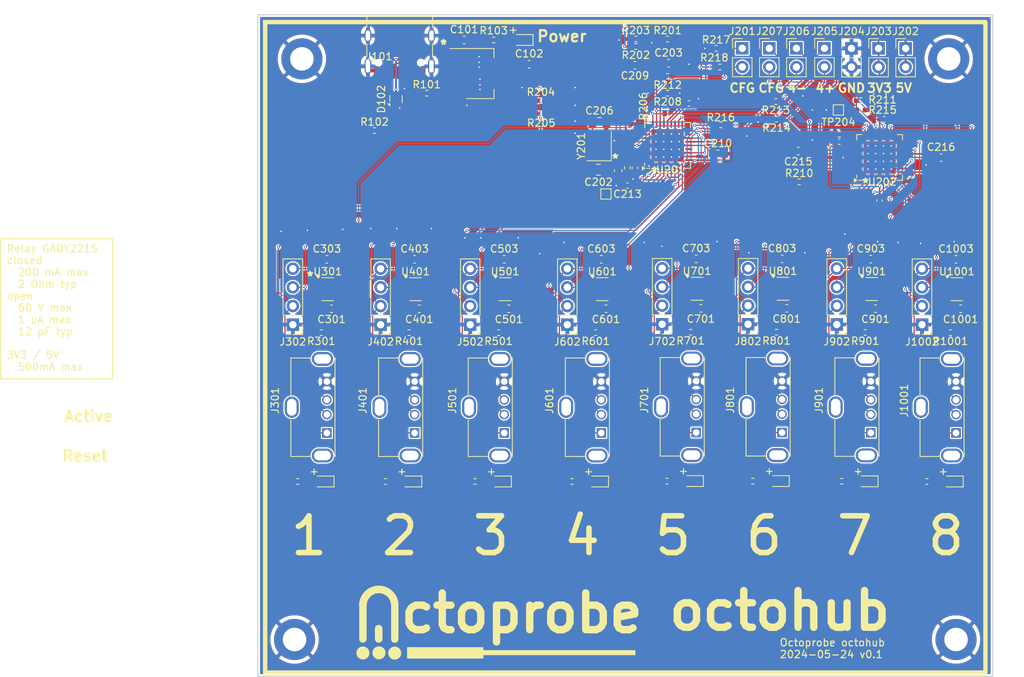
<source format=kicad_pcb>
(kicad_pcb (version 20240108) (generator "pcbnew") (generator_version "8.0")
  (title_block (title "Octoprobe octohub") (date "2024-05-24") (rev "0.1") (company "Hans Märki, Märki Informatik") (comment 1 "The MIT License (MIT)"))
  (layers (0 "F.Cu" signal) (31 "B.Cu" signal) (34 "B.Paste" user) (35 "F.Paste" user) (36 "B.SilkS" user "B.Silkscreen") (37 "F.SilkS" user "F.Silkscreen") (38 "B.Mask" user) (39 "F.Mask" user) (44 "Edge.Cuts" user))
  (net 0 "")
  (net 1 "GND")
  (net 2 "+5V")
  (net 3 "+3V3")
  (net 4 "Net-(U202-PLLFILT)")
  (net 5 "Net-(J301-VBUS)")
  (net 6 "Net-(U202-CRFILT)")
  (net 7 "Net-(J601-VBUS)")
  (net 8 "Net-(J401-VBUS)")
  (net 9 "Net-(J501-VBUS)")
  (net 10 "/pcb_octohub_hubs/VBUS_DET")
  (net 11 "/pcb_octohub_hubs/RESET")
  (net 12 "Net-(U201-CRFILT)")
  (net 13 "Net-(U201-PLLFILT)")
  (net 14 "Net-(J701-VBUS)")
  (net 15 "Net-(J801-VBUS)")
  (net 16 "Net-(J901-VBUS)")
  (net 17 "Net-(J1001-VBUS)")
  (net 18 "/pcb_octohub_hubs/Plug 4/PORT_DP")
  (net 19 "USB_D+")
  (net 20 "USB_D-")
  (net 22 "Net-(D103-A)")
  (net 23 "Net-(D601-A)")
  (net 24 "Net-(D701-A)")
  (net 25 "Net-(D801-A)")
  (net 26 "Net-(D901-A)")
  (net 27 "Net-(U201-USBDM_UP)")
  (net 28 "Net-(D1001-A)")
  (net 29 "Net-(U201-USBDP_UP)")
  (net 31 "Net-(U201-RBIAS)")
  (net 32 "Net-(U201-SCL{slash}SMBCLK{slash}CFG_SEL0)")
  (net 33 "Net-(U201-HS_IND{slash}CFG_SEL1)")
  (net 34 "Net-(U201-XTALIN{slash}CLKIN)")
  (net 35 "/pcb_octohub_hubs/XTALOUT")
  (net 39 "Net-(J101-CC1)")
  (net 40 "Net-(J101-CC2)")
  (net 42 "Net-(J201-Pin_2)")
  (net 43 "Net-(D301-A)")
  (net 44 "Net-(D401-A)")
  (net 45 "Net-(D501-A)")
  (net 46 "Net-(J201-Pin_1)")
  (net 48 "Net-(J205-Pin_2)")
  (net 49 "/pcb_octohub_hubs/Plug 4/PORT_DM")
  (net 50 "Net-(J206-Pin_1)")
  (net 51 "/pcb_octohub_hubs/Plug 1/PORT_DM")
  (net 52 "Net-(J207-Pin_2)")
  (net 53 "Net-(J207-Pin_1)")
  (net 54 "/pcb_octohub_hubs/Plug 1/PORT_DP")
  (net 57 "/pcb_octohub_hubs/Plug 2/PORT_DM")
  (net 59 "/pcb_octohub_hubs/Plug 2/PORT_DP")
  (net 61 "/pcb_octohub_hubs/Plug 3/PORT_DP")
  (net 62 "/pcb_octohub_hubs/Plug 3/PORT_DM")
  (net 63 "/pcb_octohub_hubs/Plug 5/PORT_DM")
  (net 70 "/pcb_octohub_hubs/Plug 5/PORT_DP")
  (net 72 "/pcb_octohub_hubs/Plug 6/PORT_DP")
  (net 74 "/pcb_octohub_hubs/Plug 6/PORT_DM")
  (net 75 "/pcb_octohub_hubs/Plug 7/PORT_DP")
  (net 82 "/pcb_octohub_hubs/Plug 7/PORT_DM")
  (net 83 "/pcb_octohub_hubs/Plug 8/PORT_DP")
  (net 84 "/pcb_octohub_hubs/Plug 8/PORT_DM")
  (net 88 "Net-(U301-SET)")
  (net 91 "Net-(U202-SUSP_IND{slash}LOCAL_PWR{slash}NON_REM0)")
  (net 92 "Net-(U202-RBIAS)")
  (net 93 "Net-(U202-HS_IND{slash}CFG_SEL1)")
  (net 94 "/pcb_octohub_hubs/Plug 1/PRTPWR")
  (net 95 "/pcb_octohub_hubs/Plug 3/PRTPWR")
  (net 96 "/pcb_octohub_hubs/Plug 2/PRTPWR")
  (net 97 "/pcb_octohub_hubs/Plug 4/PRTPWR")
  (net 98 "/pcb_octohub_hubs/Plug 6/PRTPWR")
  (net 102 "/pcb_octohub_hubs/Plug 8/PRTPWR")
  (net 103 "/pcb_octohub_hubs/Plug 7/PRTPWR")
  (net 105 "/pcb_octohub_hubs/Plug 5/PRTPWR")
  (net 107 "Net-(U401-SET)")
  (net 108 "Net-(U501-SET)")
  (net 109 "Net-(U601-SET)")
  (net 110 "Net-(U701-SET)")
  (net 111 "Net-(U801-SET)")
  (net 112 "Net-(U901-SET)")
  (net 113 "Net-(U1001-SET)")
  (net 114 "Net-(U202-XTALIN{slash}CLKIN)")
  (footprint "Capacitor_SMD:C_0603_1608Metric" (layer "F.Cu") (at 145.963 72.449 180)
    (property "Reference" "C801")
    (property "Value" "10u")
  )
  (footprint "Connector_PinHeader_2.54mm:PinHeader_1x02_P2.54mm_Vertical" (layer "F.Cu") (at 139.913 37.067)
    (property "Reference" "J201")
    (property "Value" "NON_REM")
  )
  (footprint "Resistor_SMD:R_0402_1005Metric_Pad0.72x0.64mm_HandSolder" (layer "F.Cu") (at 141.3535 95.944 180)
    (property "Reference" "R802" (hide yes))
    (property "Value" "470R")
  )
  (footprint "Capacitor_SMD:C_0603_1608Metric" (layer "F.Cu") (at 108.163 72.505 180)
    (property "Reference" "C501")
    (property "Value" "10u")
  )
  (footprint "Connector_USB:USB_A_Molex_105057_Vertical" (layer "F.Cu") (at 157.404 89.374 90)
    (property "Reference" "J901")
    (property "Value" "USB_A")
  )
  (footprint "Connector_USB:USB_A_Molex_105057_Vertical" (layer "F.Cu") (at 107.528 89.396 90)
    (property "Reference" "J501")
    (property "Value" "USB_A")
  )
  (footprint "TestPoint:TestPoint_Pad_1.0x1.0mm" (layer "F.Cu") (at 121.371 56.884)
    (property "Reference" "TP201" (hide yes))
    (property "Value" "TestPoint")
  )
  (footprint "Resistor_SMD:R_0402_1005Metric_Pad0.72x0.64mm_HandSolder" (layer "F.Cu") (at 96.987 43.168)
    (property "Reference" "R101")
    (property "Value" "5.1K")
  )
  (footprint "Package_DFN_QFN:Texas_RHH0036C_VQFN-36-1EP_6x6mm_P0.5mm_EP4.4x4.4mm_ThermalVias" (layer "F.Cu") (at 158.599 51.914 90)
    (property "Reference" "U202")
    (property "Value" "USB2514B_Bi")
  )
  (footprint "Connector_USB:USB_A_Molex_105057_Vertical" (layer "F.Cu") (at 95.336 89.396 90)
    (property "Reference" "J401")
    (property "Value" "USB_A")
  )
  (footprint "Connector_PinHeader_2.54mm:PinHeader_1x02_P2.54mm_Vertical" (layer "F.Cu") (at 158.455 37.077)
    (property "Reference" "J203")
    (property "Value" "3V3")
  )
  (footprint "Resistor_SMD:R_0402_1005Metric_Pad0.72x0.64mm_HandSolder" (layer "F.Cu") (at 112.5185 44.184)
    (property "Reference" "R204")
    (property "Value" "22")
  )
  (footprint "Connector_PinHeader_2.54mm:PinHeader_1x02_P2.54mm_Vertical" (layer "F.Cu") (at 151.089 37.067)
    (property "Reference" "J205")
    (property "Value" "PRT 4+")
  )
  (footprint "Connector_USB:USB_A_Molex_105057_Vertical" (layer "F.Cu") (at 133.644 89.34 90)
    (property "Reference" "J701")
    (property "Value" "USB_A")
  )
  (footprint "Resistor_SMD:R_0402_1005Metric_Pad0.72x0.64mm_HandSolder" (layer "F.Cu") (at 156.042 45.454 180)
    (property "Reference" "R215")
    (property "Value" "100k")
  )
  (footprint "Connector_PinHeader_2.54mm:PinHeader_1x02_P2.54mm_Vertical" (layer "F.Cu") (at 162.138 37.077)
    (property "Reference" "J202")
    (property "Value" "5V")
  )
  (footprint "Capacitor_SMD:C_0402_1005Metric_Pad0.74x0.62mm_HandSolder" (layer "F.Cu") (at 162.9 54.598 -90)
    (property "Reference" "C214" (hide yes))
    (property "Value" "100n")
  )
  (footprint "Resistor_SMD:R_0402_1005Metric_Pad0.72x0.64mm_HandSolder" (layer "F.Cu") (at 144.5745 46.724 180)
    (property "Reference" "R214")
    (property "Value" "100")
  )
  (footprint "Connector_PinHeader_2.54mm:PinHeader_1x02_P2.54mm_Vertical" (layer "F.Cu") (at 143.596 37.067)
    (property "Reference" "J207")
    (property "Value" "NON_REM")
  )
  (footprint "Capacitor_SMD:C_0603_1608Metric" (layer "F.Cu") (at 168.996 65.774)
    (property "Reference" "C1003")
    (property "Value" "10u")
  )
  (footprint "Resistor_SMD:R_0402_1005Metric_Pad0.72x0.64mm_HandSolder" (layer "F.Cu") (at 129.753 40.882 180)
    (property "Reference" "R212")
    (property "Value" "100k")
  )
  (footprint "Resistor_SMD:R_0402_1005Metric_Pad0.72x0.64mm_HandSolder" (layer "F.Cu") (at 106.766 75.746 180)
    (property "Reference" "R501")
    (property "Value" "10k")
  )
  (footprint "Capacitor_SMD:C_0603_1608Metric" (layer "F.Cu") (at 166.964 51.931)
    (property "Reference" "C216")
    (property "Value" "0.1u")
  )
  (footprint "Connector_PinHeader_2.54mm:PinHeader_1x04_P2.54mm_Vertical" (layer "F.Cu") (at 152.776 74.642 180)
    (property "Reference" "J902")
    (property "Value" "NON_REM")
  )
  (footprint "Resistor_SMD:R_0402_1005Metric_Pad0.72x0.64mm_HandSolder" (layer "F.Cu") (at 125.435 35.802)
    (property "Reference" "R203")
    (property "Value" "100k")
  )
  (footprint "Connector_PinHeader_2.54mm:PinHeader_1x04_P2.54mm_Vertical" (layer "F.Cu") (at 78.77 74.664 180)
    (property "Reference" "J302")
    (property "Value" "NON_REM")
  )
  (footprint "Package_TO_SOT_SMD:SOT-23-5" (layer "F.Cu") (at 133.7655 69.782)
    (property "Reference" "U701")
    (property "Value" "MT9700")
  )
  (footprint "Resistor_SMD:R_0402_1005Metric_Pad0.72x0.64mm_HandSolder" (layer "F.Cu") (at 156.042 44.184 180)
    (property "Reference" "R211")
    (property "Value" "100k")
  )
  (footprint "Connector_USB:USB_A_Molex_105057_Vertical" (layer "F.Cu") (at 120.736 89.396 90)
    (property "Reference" "J601")
    (property "Value" "USB_A")
  )
  (footprint "TestPoint:TestPoint_Pad_1.0x1.0mm" (layer "F.Cu") (at 152.994 45.454)
    (property "Reference" "TP204")
    (property "Value" "TestPoint")
  )
  (footprint "Resistor_SMD:R_0402_1005Metric_Pad0.72x0.64mm_HandSolder" (layer "F.Cu") (at 136.865 39.612)
    (property "Reference" "R218")
    (property "Value" "100k")
  )
  (footprint "Capacitor_SMD:C_0603_1608Metric" (layer "F.Cu") (at 84.033 72.505 180)
    (property "Reference" "C301")
    (property "Value" "10u")
  )
  (footprint "Capacitor_SMD:C_0603_1608Metric" (layer "F.Cu") (at 145.328 65.718)
    (property "Reference" "C803")
    (property "Value" "10u")
  )
  (footprint "Resistor_SMD:R_0402_1005Metric_Pad0.72x0.64mm_HandSolder" (layer "F.Cu") (at 82.636 75.746 180)
    (property "Reference" "R301")
    (property "Value" "10k")
  )
  (footprint "00_project_library:LED_0603_1608Metric" (layer "F.Cu") (at 168.488 96 180)
    (property "Reference" "D1001" (hide yes))
    (property "Value" "LED WHITE")
  )
  (footprint "Capacitor_SMD:C_0603_1608Metric" (layer "F.Cu") (at 123.022 53.709 -90)
    (property "Reference" "C207" (hide yes))
    (property "Value" "0.1u")
  )
  (footprint "Connector_USB:USB_A_Molex_105057_Vertical" (layer "F.Cu") (at 145.328 89.34 90)
    (property "Reference" "J801")
    (property "Value" "USB_A")
  )
  (footprint "Connector_USB:USB_A_Molex_105057_Vertical" (layer "F.Cu") (at 168.996 89.396 90)
    (property "Reference" "J1001")
    (property "Value" "USB_A")
  )
  (footprint "Connector_PinHeader_2.54mm:PinHeader_1x04_P2.54mm_Vertical" (layer "F.Cu") (at 140.7 74.608 180)
    (property "Reference" "J802")
    (property "Value" "NON_REM")
  )
  (footprint "Resistor_SMD:R_0402_1005Metric_Pad0.72x0.64mm_HandSolder" (layer "F.Cu") (at 156.642 75.724 180)
    (property "Reference" "R901")
    (property "Value" "10k")
  )
  (footprint "Resistor_SMD:R_0402_1005Metric_Pad0.72x0.64mm_HandSolder" (layer "F.Cu") (at 119.974 75.746 180)
    (property "Reference" "R601")
    (property "Value" "10k")
  )
  (footprint "00_project_library:LED_0603_1608Metric" (layer "F.Cu") (at 120.228 96 180)
    (property "Reference" "D601" (hide yes))
    (property "Value" "LED WHITE")
  )
  (footprint "Package_TO_SOT_SMD:SOT-23-5" (layer "F.Cu") (at 145.4495 69.782)
    (property "Reference" "U801")
    (property "Value" "MT9700")
  )
  (footprint "Connector_PinHeader_2.54mm:PinHeader_1x02_P2.54mm_Vertical" (layer "F.Cu") (at 147.279 37.072)
    (property "Reference" "J206")
    (property "Value" "PRT 4-")
  )
  (footprint "Connector_PinHeader_2.54mm:PinHeader_1x02_P2.54mm_Vertical" (layer "F.Cu") (at 154.772 37.077)
    (property "Reference" "J204")
    (property "Value" "GND")
  )
  (footprint "00_project_library:LED_0603_1608Metric" (layer "F.Cu") (at 94.828 96 180)
    (property "Reference" "D401" (hide yes))
    (property "Value" "LED WHITE")
  )
  (footprint "Capacitor_SMD:C_0402_1005Metric_Pad0.74x0.62mm_HandSolder" (layer "F.Cu") (at 124.673 47.9345 90)
    (property "Reference" "C204" (hide yes))
    (property "Value" "100n")
  )
  (footprint "Resistor_SMD:R_0402_1005Metric_Pad0.72x0.64mm_HandSolder" (layer "F.Cu") (at 103.5535 96 180)
    (property "Reference" "R502" (hide yes))
    (property "Value" "470R")
  )
  (footprint "Capacitor_SMD:C_0603_1608Metric" (layer "F.Cu") (at 129.88 39.104)
    (property "Reference" "C203")
    (property "Value" "0.1u")
  )
  (footprint "00_project_library:LED_0603_1608Metric" (layer "F.Cu") (at 144.82 95.944 180)
    (property "Reference" "D801" (hide yes))
    (property "Value" "LED WHITE")
  )
  (footprint "Package_SON:Texas_USON-6_1x1.45mm_P0.5mm_SMD" (layer "F.Cu") (at 92.804 43.976 90)
    (property "Reference" "D102")
    (property "Value" "PRTR5V0U2X")
  )
  (footprint "Capacitor_SMD:C_0603_1608Metric" (layer "F.Cu") (at 133.644 65.718)
    (property "Reference" "C703")
    (property "Value" "10u")
  )
  (footprint "Capacitor_SMD:C_0603_1608Metric" (layer "F.Cu") (at 107.528 65.774)
    (property "Reference" "C503")
    (property "Value" "10u")
  )
  (footprint "Resistor_SMD:R_0402_1005Metric_Pad0.72x0.64mm_HandSolder" (layer "F.Cu") (at 129.753 43.168 180)
    (property "Reference" "R208")
    (property "Value" "100k")
  )
  (footprint "Capacitor_SMD:C_0603_1608Metric" (layer "F.Cu") (at 120.736 65.774)
    (property "Reference" "C603")
    (property "Value" "10u")
  )
  (footprint "Capacitor_SMD:C_0603_1608Metric" (layer "F.Cu") (at 110.9195 39.231)
    (property "Reference" "C102")
    (property "Value" "10u")
  )
  (footprint "Package_TO_SOT_SMD:SOT-23-5" (layer "F.Cu") (at 107.6495 69.838)
    (property "Reference" "U501")
    (property "Value" "MT9700")
  )
  (footprint "Resistor_SMD:R_0402_1005Metric_Pad0.72x0.64mm_HandSolder" (layer "F.Cu") (at 116.7615 96 180)
    (property "Reference" "R602" (hide yes))
    (property "Value" "470R")
  )
  (footprint "Resistor_SMD:R_0402_1005Metric_Pad0.72x0.64mm_HandSolder" (layer "F.Cu") (at 106.0935 35.929 180)
    (property "Reference" "R103")
    (property "Value" "470R")
  )
  (footprint "Capacitor_SMD:C_0603_1608Metric" (layer "F.Cu") (at 95.336 65.774)
    (property "Reference" "C403")
    (property "Value" "10u")
  )
  (footprint "Connector_PinHeader_2.54mm:PinHeader_1x04_P2.54mm_Vertical" (layer "F.Cu") (at 129.016 74.608 180)
    (property "Reference" "J702")
    (property "Value" "NON_REM")
  )
  (footprint "Capacitor_SMD:C_0603_1608Metric" (layer "F.Cu") (at 158.039 72.483 180)
    (property "Reference" "C901")
    (property "Value" "10u")
  )
  (footprint "Connector_PinHeader_2.54mm:PinHeader_1x04_P2.54mm_Vertical" (layer "F.Cu") (at 116.108 74.664 180)
    (property "Reference" "J602")
    (property "Value" "NON_REM")
  )
  (footprint "Resistor_SMD:R_0402_1005Metric_Pad0.72x0.64mm_HandSolder" (layer "F.Cu") (at 129.372 45.327 -90)
    (property "Reference" "R206")
    (property "Value" "100k")
  )
  (footprint "Connector_USB:USB_A_Molex_105057_Vertical" (layer "F.Cu") (at 83.398 89.396 90)
    (property "Reference" "J301")
    (property "Value" "USB_A")
  )
  (footprint "Package_DFN_QFN:Texas_RHH0036C_VQFN-36-1EP_6x6mm_P0.5mm_EP4.4x4.4mm_ThermalVias" (layer "F.Cu") (at 129.753 50.28 90)
    (property "Reference" "U201")
    (property "Value" "USB2514B_Bi")
  )
  (footprint "Package_TO_SOT_SMD:SOT-23-5" (layer "F.Cu") (at 95.4575 69.838)
    (property "Reference" "U401")
    (property "Value" "MT9700")
  )
  (footprint "00_project_library:LED_0603_1608Metric" (layer "F.Cu") (at 133.136 95.944 180)
    (property "Reference" "D701" (hide yes))
    (property "Value" "LED WHITE")
  )
  (footprint "Resistor_SMD:R_0402_1005Metric_Pad0.72x0.64mm_HandSolder" (layer "F.Cu") (at 79.4235 96 180)
    (property "Reference" "R302" (hide yes))
    (property "Value" "470R")
  )
  (footprint "Package_TO_SOT_SMD:SOT-23-5" (layer "F.Cu") (at 169.1175 69.838)
    (property "Reference" "U1001")
    (property "Value" "MT9700")
  )
  (footprint "Resistor_SMD:R_0402_1005Metric_Pad0.72x0.64mm_HandSolder" (layer "F.Cu") (at 125.435 36.818 180)
    (property "Reference" "R202")
    (property "Value" "100k")
  )
  (footprint "Capacitor_SMD:C_0805_2012Metric" (layer "F.Cu") (at 120.482 47.232)
    (property "Reference" "C206")
    (property "Value" "18p")
  )
  (footprint "00_project_library:LED_0603_1608Metric" (layer "F.Cu") (at 82.89 96 180)
    (property "Reference" "D301" (hide yes))
    (property "Value" "LED WHITE")
  )
  (footprint "Resistor_SMD:R_0402_1005Metric_Pad0.72x0.64mm_HandSolder" (layer "F.Cu") (at 89.875 48.248)
    (property "Reference" "R102")
    (property "Value" "5.1K")
  )
  (footprint "Resistor_SMD:R_0402_1005Metric_Pad0.72x0.64mm_HandSolder" (layer "F.Cu") (at 144.566 75.69 180)
    (property "Reference" "R801")
    (property "Value" "10k")
  )
  (footprint "Capacitor_SMD:C_0603_1608Metric" (layer "F.Cu") (at 83.398 65.774)
    (property "Reference" "C303")
    (property "Value" "10u")
  )
  (footprint "Resistor_SMD:R_0402_1005Metric_Pad0.72x0.64mm_HandSolder" (layer "F.Cu") (at 153.121 48.756)
    (property "Reference" "R209" (hide yes))
    (property "Value" "100k")
  )
  (footprint "Resistor_SMD:R_0402_1005Metric_Pad0.72x0.64mm_HandSolder" (layer "F.Cu") (at 129.753 35.802)
    (property "Reference" "R201")
    (property "Value" "100k")
  )
  (footprint "Resistor_SMD:R_0402_1005Metric_Pad0.72x0.64mm_HandSolder" (layer "F.Cu") (at 165.0215 96 180)
    (property "Reference" "R1002" (hide yes))
    (property "Value" "470R")
  )
  (footprint "Resistor_SMD:R_0402_1005Metric_Pad0.72x0.64mm_HandSolder" (layer "F.Cu") (at 112.481 45.962)
    (property "Reference" "R205")
    (property "Value" "22")
  )
  (footprint "Resistor_SMD:R_0402_1005Metric_Pad0.72x0.64mm_HandSolder" (layer "F.Cu") (at 144.485 44.311 180)
    (property "Reference" "R213")
    (property "Value" "100")
  )
  (footprint "Capacitor_SMD:C_0603_1608Metric" (layer "F.Cu") (at 169.631 72.505 180)
    (property "Reference" "C1001")
    (property "Value" "10u")
  )
  (footprint "Package_TO_SOT_SMD:SOT-23-5" (layer "F.Cu") (at 83.5195 69.838)
    (property "Reference" "U301")
    (property "Value" "MT9700")
  )
  (footprint "Capacitor_SMD:C_0603_1608Metric" (layer "F.Cu") (at 125.308 39.358 180)
    (property "Reference" "C209")
    (property "Value" "1n")
  )
  (footprint "MountingHole:MountingHole_3.2mm_M3_DIN965_Pad" (layer "F.Cu") (at 168 38.5)
    (property "Reference" "H102" (hide yes))
    (property "Value" "octoprobe_MountingHole")
  )
  (footprint "Connector_PinHeader_2.54mm:PinHeader_1x04_P2.54mm_Vertical" (layer "F.Cu") (at 102.9 74.664 180)
    (property "Reference" "J502")
    (property "Value" "NON_REM")
  )
  (footprint "Capacitor_SMD:C_0402_1005Metric_Pad0.74x0.62mm_HandSolder" (layer "F.Cu") (at 158.582 57.773 -90)
    (property "Reference" "C205" (hide yes))
    (property "Value" "100n")
  )
  (footprint "Connector_PinHeader_2.54mm:PinHeader_1x04_P2.54mm_Vertical" (layer "F.Cu") (at 90.708 74.664 180)
    (property "Reference" "J402")
    (property "Value" "NON_REM")
  )
  (footprint "Resistor_SMD:R_0402_1005Metric_Pad0.72x0.64mm_HandSolder" (layer "F.Cu") (at 132.882 75.69 180)
    (property "Reference" "R701")
    (property "Value" "10k")
  )
  (footprint "Capacitor_SMD:C_0603_1608Metric" (layer "F.Cu") (at 147.533 51.042 180)
    (property "Reference" "C215")
    (property "Value" "0.1u")
  )
  (footprint "Resistor_SMD:R_0402_1005Metric_Pad0.72x0.64mm_HandSolder" (layer "F.Cu") (at 91.3615 96 180)
    (property "Reference" "R402" (hide yes))
    (property "Value" "470R")
  )
  (footprint "Resistor_SMD:R_0402_1005Metric_Pad0.72x0.64mm_HandSolder" (layer "F.Cu") (at 129.6695 95.944 180)
    (property "Reference" "R702" (hide yes))
    (property "Value" "470R")
  )
  (footprint "Connector_PinHeader_2.54mm:PinHeader_1x04_P2.54mm_Vertical" (layer "F.Cu") (at 164.368 74.664 180)
    (property "Reference" "J1002")
    (property "Value" "NON_REM")
  )
  (footprint "Capacitor_SMD:C_0402_1005Metric_Pad0.74x0.62mm_HandSolder" (layer "F.Cu") (at 124.292 55.741 180)
    (property "Reference" "C213")
    (property "Value" "100n")
  )
  (footprint "Resistor_SMD:R_0402_1005Metric_Pad0.72x0.64mm_HandSolder" (layer "F.Cu") (at 136.992 47.486 180)
    (property "Reference" "R216")
    (property "Value" "100")
  )
  (footprint "Capacitor_SMD:C_0603_1608Metric" (layer "F.Cu") (at 134.279 72.449 180)
    (property "Reference" "C701")
    (property "Value" "10u")
  )
  (footprint "00_project_library:LED_0603_1608Metric" (layer "F.Cu") (at 156.896 95.978 180)
    (property "Reference" "D901" (hide yes))
    (property "Value" "LED WHITE")
  )
  (footprint "00_project_library:SOT-223-3_TabPin2" (layer "F.Cu") (at 104.226 40.501 180)
    (property "Reference" "U101" (hide yes))
    (property "Value" "AMS1117-3.3")
  )
  (footprint "Resistor_SMD:R_0402_1005Metric_Pad0.72x0.64mm_HandSolder" (layer "F.Cu") (at 124.292 53.328 90)
    (property "Reference" "R207" (hide yes))
    (property "Value" "12k")
  )
  (footprint "Capacitor_SMD:C_0402_1005Metric_Pad0.74x0.62mm_HandSolder" (layer "F.Cu") (at 125.308 53.328 -90)
    (property "Reference" "C201" (hide yes))
    (property "Value" "1u")
  )
  (footprint "Resistor_SMD:R_0402_1005Metric_Pad0.72x0.64mm_HandSolder" (layer "F.Cu") (at 168.234 75.746 180)
    (property "Reference" "R1001")
    (property "Value" "10k")
  )
  (footprint "Capacitor_SMD:C_0603_1608Metric" (layer "F.Cu") (at 121.371 72.505 180)
    (property "Reference" "C601")
    (property "Value" "10u")
  )
  (footprint "Package_TO_SOT_SMD:SOT-23-5" (layer "F.Cu") (at 157.5255 69.816)
    (property "Reference" "U901")
    (property "Value" "MT9700")
  )
  (footprint "Capacitor_SMD:C_0402_1005Metric_Pad0.74x0.62mm_HandSolder" (layer "F.Cu") (at 132.674 44.565)
    (property "Reference" "C208" (hide yes))
    (property "Value" "100n")
  )
  (footprint "Resistor_SMD:R_0402_1005Metric_Pad0.72x0.64mm_HandSolder" (layer "F.Cu") (at 136.357 37.072)
    (property "Reference" "R217")
    (property "Value" "100k")
  )
  (footprint "00_project_library:LED_0603_1608Metric" (layer "F.Cu") (at 107.02 96 180)
    (property "Reference" "D501" (hide yes))
    (property "Value" "LED WHITE")
  )
  (footprint "MountingHole:MountingHole_3.2mm_M3_DIN965_Pad" (layer "F.Cu") (at 169 117.5)
    (property "Reference" "H103" (hide yes))
    (property "Value" "octoprobe_MountingHole")
  )
  (footprint "MountingHole:MountingHole_3.2mm_M3_DIN965_Pad" (layer "F.Cu") (at 79 117.5)
    (property "Reference" "H104" (hide yes))
    (property "Value" "octoprobe_MountingHole")
  )
  (footprint "Capacitor_SMD:C_0402_1005Metric_Pad0.74x0.62mm_HandSolder" (layer "F.Cu") (at 153.121 49.772 180)
    (property "Reference" "C212" (hide yes))
    (property "Value" "100n")
  )
  (footprint "Resistor_SMD:R_0402_1005Metric_Pad0.72x0.64mm_HandSolder" (layer "F.Cu") (at 147.66 55.233)
    (property "Reference" "R210")
    (property "Value" "12k")
  )
  (footprint "00_project_library:LED_0603_1608Metric" (layer "F.Cu") (at 109.9665 35.929 180)
    (property "Reference" "D103" (hide yes))
    (property "Value" "LED GREEN")
  )
  (footprint "MountingHole:MountingHole_3.2mm_M3_DIN965_Pad" (layer "F.Cu") (at 80 38.5)
    (property "Reference" "H101" (hide yes))
    (property "Value" "octoprobe_MountingHole")
  )
  (footprint "Resistor_SMD:R_0402_1005Metric_Pad0.72x0.64mm_HandSolder" (layer "F.Cu") (at 153.4295 95.978 180)
    (property "Reference" "R902" (hide yes))
    (property "Value" "470R")
  )
  (footprint "Capacitor_SMD:C_0603_1608Metric" (layer "F.Cu") (at 157.404 65.752)
    (property "Reference" "C903")
    (property "Value" "10u")
  )
  (footprint "Capacitor_SMD:C_0603_1608Metric" (layer "F.Cu") (at 102.067 35.929)
    (property "Reference" "C101")
    (property "Value" "10u")
  )
  (footprint "Package_TO_SOT_SMD:SOT-23-5" (layer "F.Cu") (at 120.8575 69.838)
    (property "Reference" "U601")
    (property "Value" "MT9700")
  )
  (footprint "Capacitor_SMD:C_0603_1608Metric" (layer "F.Cu") (at 136.611 51.423)
    (property "Reference" "C210")
    (property "Value" "0.1u")
  )
  (footprint "Capacitor_SMD:C_0402_1005Metric_Pad0.74x0.62mm_HandSolder" (layer "F.Cu") (at 159.217 46.724)
    (property "Reference" "C211" (hide yes))
    (property "Value" "100n")
  )
  (footprint "Capacitor_SMD:C_0603_1608Metric" (layer "F.Cu") (at 95.971 72.505 180)
    (property "Reference" "C401")
    (property "Value" "10u")
  )
  (footprint "00_project_library:USB_C_Receptacle_Palconn_UTC16-G" (layer "F.Cu") (at 93.304 37.58 180)
    (property "Reference" "J101")
    (property "Value" "USB_C_Receptacle_USB2.0")
  )
  (footprint "Resistor_SMD:R_0402_1005Metric_Pad0.72x0.64mm_HandSolder" (layer "F.Cu") (at 94.574 75.746 180)
    (property "Reference" "R401")
    (property "Value" "10k")
  )
  (footprint "Crystal:Crystal_SMD_3225-4Pin_3.2x2.5mm" (layer "F.Cu") (at 120.443 50.364 90)
    (property "Reference" "Y201")
    (property "Value" "24MHz")
  )
  (footprint "Capacitor_SMD:C_0805_2012Metric" (layer "F.Cu") (at 120.355 53.582 180)
    (property "Reference" "C202")
    (property "Value" "18p")
  )
  (gr_line (start 108.380996 115.922899) (end 107.9048 116.160997) (stroke (width 0.999999)) (layer "F.SilkS"))
  (gr_line (start 103.857193 113.065797) (end 104.095291 113.303896) (stroke (width 0.999999)) (layer "F.SilkS"))
  (gr_line (start 111.238098 113.303896) (end 111.476196 113.065797) (stroke (width 0.999999)) (layer "F.SilkS"))
  (gr_line (start 118.619095 116.160997) (end 118.619095 111.160997) (stroke (width 0.999999)) (layer "F.SilkS"))
  (gr_line (start 111.476196 113.065797) (end 111.9524 112.827699) (stroke (width 0.999999)) (layer "F.SilkS"))
  (gr_line (start 120.523794 115.922899) (end 120.047598 116.160997) (stroke (width 0.999999)) (layer "F.SilkS"))
  (gr_line (start 88.305095 112.703928) (end 88.3015 112.775916) (stroke (width 0.999999)) (layer "F.SilkS"))
  (gr_line (start 102.666695 112.827699) (end 103.380997 112.827699) (stroke (width 0.999999)) (layer "F.SilkS"))
  (gr_poly (pts (xy 125.295591 119.555405) (xy 104.670791 119.555405) (xy 104.670791 119.022004) (xy 125.295591 119.022004)) (stroke (width 0.149999)) (fill solid) (layer "F.SilkS"))
  (gr_line (start 101.952401 113.303896) (end 102.190499 113.065797) (stroke (width 0.999999)) (layer "F.SilkS"))
  (gr_line (start 116.476196 113.78) (end 116.476196 115.208604) (stroke (width 0.999999)) (layer "F.SilkS"))
  (gr_line (start 124.571493 112.827699) (end 125.04759 113.065797) (stroke (width 0.999999)) (layer "F.SilkS"))
  (gr_line (start 92.633195 112.848299) (end 92.628394 112.703928) (stroke (width 0.999999)) (layer "F.SilkS"))
  (gr_line (start 95.523797 116.160997) (end 95.047601 115.922899) (stroke (width 0.999999)) (layer "F.SilkS"))
  (gr_line (start 94.809594 115.6848) (end 94.571496 115.208604) (stroke (width 0.999999)) (layer "F.SilkS"))
  (gr_poly (pts (xy 88.312402 117.443528) (xy 88.288583 117.443528) (xy 88.288583 112.952196) (xy 88.312402 112.952196)) (stroke (width 0.976182)) (fill solid) (layer "F.SilkS"))
  (gr_line (start 98.380997 112.827699) (end 100.285699 112.827699) (stroke (width 0.999999)) (layer "F.SilkS"))
  (gr_line (start 88.319346 112.56133) (end 88.311054 112.632383) (stroke (width 0.999999)) (layer "F.SilkS"))
  (gr_line (start 120.047598 116.160997) (end 119.095298 116.160997) (stroke (width 0.999999)) (layer "F.SilkS"))
  (gr_line (start 124.571493 116.160997) (end 123.619093 116.160997) (stroke (width 0.999999)) (layer "F.SilkS"))
  (gr_line (start 89.510945 110.904067) (end 89.383516 110.972093) (stroke (width 0.999999)) (layer "F.SilkS"))
  (gr_line (start 90.186821 110.699989) (end 90.048 110.722664) (stroke (width 0.999999)) (layer "F.SilkS"))
  (gr_line (start 114.809593 112.827699) (end 115.523796 112.827699) (stroke (width 0.999999)) (layer "F.SilkS"))
  (gr_line (start 90.466741 110.681848) (end 90.326553 110.686383) (stroke (width 0.999999)) (layer "F.SilkS"))
  (gr_line (start 88.789824 111.476587) (end 88.746211 111.531719) (stroke (width 0.999999)) (layer "F.SilkS"))
  (gr_line (start 106.476196 113.065797) (end 106.9524 112.827699) (stroke (width 0.999999)) (layer "F.SilkS"))
  (gr_line (start 90.606929 110.686383) (end 90.466741 110.681848) (stroke (width 0.999999)) (layer "F.SilkS"))
  (gr_line (start 125.285696 114.018098) (end 122.904798 114.494294) (stroke (width 0.999999)) (layer "F.SilkS"))
  (gr_line (start 89.201908 111.089367) (end 89.144521 111.132075) (stroke (width 0.999999)) (layer "F.SilkS"))
  (gr_line (start 101.714295 115.208604) (end 101.714295 113.78) (stroke (width 0.999999)) (layer "F.SilkS"))
  (gr_line (start 91.022935 110.75441) (end 90.885482 110.722664) (stroke (width 0.999999)) (layer "F.SilkS"))
  (gr_line (start 102.666695 116.160997) (end 102.190499 115.922899) (stroke (width 0.999999)) (layer "F.SilkS"))
  (gr_line (start 108.619095 113.303896) (end 108.857193 113.78) (stroke (width 0.999999)) (layer "F.SilkS"))
  (gr_line (start 102.190499 113.065797) (end 102.666695 112.827699) (stroke (width 0.999999)) (layer "F.SilkS"))
  (gr_line (start 91.422537 110.904067) (end 91.291919 110.845111) (stroke (width 0.999999)) (layer "F.SilkS"))
  (gr_line (start 123.142896 115.922899) (end 122.904798 115.446702) (stroke (width 0.999999)) (layer "F.SilkS"))
  (gr_line (start 88.494309 111.952157) (end 88.466292 112.016557) (stroke (width 0.999999)) (layer "F.SilkS"))
  (gr_line (start 120.047598 112.827699) (end 120.523794 113.065797) (stroke (width 0.999999)) (layer "F.SilkS"))
  (gr_line (start 113.857193 115.208604) (end 113.857193 113.78) (stroke (width 0.999999)) (layer "F.SilkS"))
  (gr_line (start 92.59067 112.420899) (end 92.558202 112.28303) (stroke (width 0.999999)) (layer "F.SilkS"))
  (gr_line (start 103.857193 115.922899) (end 103.380997 116.160997) (stroke (width 0.999999)) (layer "F.SilkS"))
  (gr_line (start 92.628394 112.703928) (end 92.614143 112.56133) (stroke (width 0.999999)) (layer "F.SilkS"))
  (gr_line (start 92.342944 111.765068) (end 92.268923 111.645929) (stroke (width 0.999999)) (layer "F.SilkS"))
  (gr_line (start 88.590541 111.765068) (end 88.556462 111.826363) (stroke (width 0.999999)) (layer "F.SilkS"))
  (gr_line (start 116.476196 115.208604) (end 116.238098 115.6848) (stroke (width 0.999999)) (layer "F.SilkS"))
  (gr_line (start 89.260888 111.048435) (end 89.201908 111.089367) (stroke (width 0.999999)) (layer "F.SilkS"))
  (gr_line (start 101.714295 113.78) (end 101.952393 113.303896) (stroke (width 0.999999)) (layer "F.SilkS"))
  (gr_line (start 111 113.78) (end 111.238098 113.303896) (stroke (width 0.999999)) (layer "F.SilkS"))
  (gr_line (start 104.095298 115.6848) (end 103.8572 115.922899) (stroke (width 0.999999)) (layer "F.SilkS"))
  (gr_line (start 95.047601 113.065797) (end 95.523797 112.827699) (stroke (width 0.999999)) (layer "F.SilkS"))
  (gr_poly (pts (xy 88.331087 118.697742) (xy 88.363335 118.700194) (xy 88.395114 118.704232) (xy 88.426385 118.709816) (xy 88.457106 118.716906) (xy 88.48724 118.725463) (xy 88.516744 118.735446) (xy 88.545581 118.746815) (xy 88.573709 118.759531) (xy 88.601089 118.773554) (xy 88.627681 118.788843) (xy 88.653445 118.80536) (xy 88.678341 118.823063) (xy 88.70233 118.841914) (xy 88.72537 118.861872) (xy 88.747424 118.882897) (xy 88.76845 118.90495) (xy 88.788408 118.92799) (xy 88.807259 118.951978) (xy 88.824963 118.976874) (xy 88.84148 119.002638) (xy 88.856771 119.029229) (xy 88.870794 119.056609) (xy 88.88351 119.084737) (xy 88.89488 119.113573) (xy 88.904864 119.143078) (xy 88.913421 119.173212) (xy 88.920511 119.203934) (xy 88.926095 119.235204) (xy 88.930134 119.266984) (xy 88.932586 119.299232) (xy 88.933412 119.33191) (xy 88.932586 119.364588) (xy 88.930134 119.396836) (xy 88.926095 119.428616) (xy 88.920511 119.459886) (xy 88.913421 119.490608) (xy 88.904864 119.520742) (xy 88.89488 119.550246) (xy 88.88351 119.579083) (xy 88.870794 119.607211) (xy 88.856771 119.634591) (xy 88.84148 119.661182) (xy 88.824963 119.686946) (xy 88.807259 119.711842) (xy 88.788408 119.73583) (xy 88.76845 119.75887) (xy 88.747424 119.780923) (xy 88.72537 119.801948) (xy 88.70233 119.821906) (xy 88.678341 119.840757) (xy 88.653445 119.85846) (xy 88.627681 119.874977) (xy 88.601089 119.890266) (xy 88.573709 119.904289) (xy 88.545581 119.917005) (xy 88.516744 119.928374) (xy 88.48724 119.938357) (xy 88.457106 119.946914) (xy 88.426385 119.954004) (xy 88.395114 119.959588) (xy 88.363335 119.963626) (xy 88.331087 119.966078) (xy 88.29841 119.966904) (xy 88.265733 119.966078) (xy 88.233485 119.963626) (xy 88.201706 119.959588) (xy 88.170435 119.954004) (xy 88.139714 119.946914) (xy 88.10958 119.938357) (xy 88.080076 119.928374) (xy 88.051239 119.917005) (xy 88.023111 119.904289) (xy 87.995731 119.890266) (xy 87.969139 119.874977) (xy 87.943375 119.85846) (xy 87.918479 119.840757) (xy 87.89449 119.821906) (xy 87.87145 119.801948) (xy 87.849396 119.780923) (xy 87.828371 119.75887) (xy 87.808412 119.73583) (xy 87.789561 119.711842) (xy 87.771857 119.686946) (xy 87.75534 119.661182) (xy 87.74005 119.634591) (xy 87.726026 119.607211) (xy 87.71331 119.579083) (xy 87.70194 119.550246) (xy 87.691957 119.520742) (xy 87.6834 119.490608) (xy 87.676309 119.459886) (xy 87.670725 119.428616) (xy 87.666686 119.396836) (xy 87.664234 119.364588) (xy 87.663408 119.33191) (xy 87.664234 119.299232) (xy 87.666686 119.266984) (xy 87.670725 119.235204) (xy 87.676309 119.203934) (xy 87.6834 119.173212) (xy 87.691957 119.143078) (xy 87.70194 119.113573) (xy 87.71331 119.084737) (xy 87.726026 119.056609) (xy 87.74005 119.029229) (xy 87.75534 119.002638) (xy 87.771857 118.976874) (xy 87.789561 118.951978) (xy 87.808412 118.92799) (xy 87.828371 118.90495) (xy 87.849396 118.882897) (xy 87.87145 118.861872) (xy 87.89449 118.841914) (xy 87.918479 118.823063) (xy 87.943375 118.80536) (xy 87.969139 118.788843) (xy 87.995731 118.773554) (xy 88.023111 118.759531) (xy 88.051239 118.746815) (xy 88.080076 118.735446) (xy 88.10958 118.725463) (xy 88.139714 118.716906) (xy 88.170435 118.709816) (xy 88.201706 118.704232) (xy 88.233485 118.700194) (xy 88.265733 118.697742) (xy 88.29841 118.696915)) (stroke (width 0.499999)) (fill solid) (layer "F.SilkS"))
  (gr_line (start 120.761892 113.303896) (end 120.99999 113.78) (stroke (width 0.999999)) (layer "F.SilkS"))
  (gr_line (start 88.41652 112.148118) (end 88.394822 112.21518) (stroke (width 0.999999)) (layer "F.SilkS"))
  (gr_line (start 94.571496 113.78) (end 94.809594 113.303896) (stroke (width 0.999999)) (layer "F.SilkS"))
  (gr_line (start 89.641563 110.845111) (end 89.510945 110.904067) (stroke (width 0.999999)) (layer "F.SilkS"))
  (gr_line (start 114.809593 116.160997) (end 114.333397 115.922899) (stroke (width 0.999999)) (layer "F.SilkS"))
  (gr_line (start 120.523794 113.065797) (end 120.761892 113.303896) (stroke (width 0.999999)) (layer "F.SilkS"))
  (gr_line (start 92.558202 112.28303) (end 92.516968 112.148118) (stroke (width 0.999999)) (layer "F.SilkS"))
  (gr_line (start 91.549966 110.972093) (end 91.422537 110.904067) (stroke (width 0.999999)) (layer "F.SilkS"))
  (gr_line (start 107.9048 112.827699) (end 108.380996 113.065797) (stroke (width 0.999999)) (layer "F.SilkS"))
  (gr_line (start 90.746661 110.699989) (end 90.606929 110.686383) (stroke (width 0.999999)) (layer "F.SilkS"))
  (gr_line (start 99.095299 111.160997) (end 99.095299 115.446702) (stroke (width 0.999999)) (layer "F.SilkS"))
  (gr_line (start 116.238098 113.303896) (end 116.476196 113.78) (stroke (width 0.999999)) (layer "F.SilkS"))
  (gr_line (start 114.333397 115.922899) (end 114.095298 115.6848) (stroke (width 0.999999)) (layer "F.SilkS"))
  (gr_line (start 125.047598 113.065797) (end 125.285696 113.541902) (stroke (width 0.999999)) (layer "F.SilkS"))
  (gr_line (start 92.467195 112.016557) (end 92.409111 111.888742) (stroke (width 0.999999)) (layer "F.SilkS"))
  (gr_line (start 94.571496 115.208604) (end 94.571496 113.78) (stroke (width 0.999999)) (layer "F.SilkS"))
  (gr_line (start 108.857193 115.208604) (end 108.619095 115.6848) (stroke (width 0.999999)) (layer "F.SilkS"))
  (gr_line (start 108.857193 113.78) (end 108.857193 115.208604) (stroke (width 0.999999)) (layer "F.SilkS"))
  (gr_line (start 90.048 110.722664) (end 89.910547 110.75441) (stroke (width 0.999999)) (layer "F.SilkS"))
  (gr_line (start 88.357943 112.35162) (end 88.342819 112.420899) (stroke (width 0.999999)) (layer "F.SilkS"))
  (gr_line (start 120.761892 115.6848) (end 120.523794 115.922899) (stroke (width 0.999999)) (layer "F.SilkS"))
  (gr_line (start 88.3015 112.775916) (end 88.300295 112.848299) (stroke (width 0.999999)) (layer "F.SilkS"))
  (gr_poly (pts (xy 104.619995 120.012605) (xy 94.383798 120.012605) (xy 94.383798 118.615601) (xy 104.619995 118.615601)) (stroke (width 0.149999)) (fill solid) (layer "F.SilkS"))
  (gr_line (start 99.095299 115.446702) (end 99.333398 115.922899) (stroke (width 0.999999)) (layer "F.SilkS"))
  (gr_line (start 116 113.065797) (end 116.238098 113.303896) (stroke (width 0.999999)) (layer "F.SilkS"))
  (gr_line (start 89.034642 111.222618) (end 88.982206 111.270355) (stroke (width 0.999999)) (layer "F.SilkS"))
  (gr_line (start 106.476196 112.827699) (end 106.476196 117.827699) (stroke (width 0.999999)) (layer "F.SilkS"))
  (gr_line (start 88.440353 112.081894) (end 88.41652 112.148118) (stroke (width 0.999999)) (layer "F.SilkS"))
  (gr_line (start 92.268923 111.645929) (end 92.187273 111.531719) (stroke (width 0.999999)) (layer "F.SilkS"))
  (gr_line (start 88.556462 111.826363) (end 88.524375 111.888742) (stroke (width 0.999999)) (layer "F.SilkS"))
  (gr_line (start 123.142896 113.065797) (end 123.619093 112.827699) (stroke (width 0.999999)) (layer "F.SilkS"))
  (gr_line (start 88.931478 111.319669) (end 88.882486 111.370512) (stroke (width 0.999999)) (layer "F.SilkS"))
  (gr_line (start 88.704448 111.588183) (end 88.664563 111.645929) (stroke (width 0.999999)) (layer "F.SilkS"))
  (gr_line (start 108.619095 115.6848) (end 108.380996 115.922899) (stroke (width 0.999999)) (layer "F.SilkS"))
  (gr_line (start 123.619093 112.827699) (end 124.571493 112.827699) (stroke (width 0.999999)) (layer "F.SilkS"))
  (gr_line (start 111 116.160997) (end 111 112.827699) (stroke (width 0.999999)) (layer "F.SilkS"))
  (gr_line (start 92.187273 111.531719) (end 92.098225 111.422835) (stroke (width 0.999999)) (layer "F.SilkS"))
  (gr_line (start 104.333397 115.208604) (end 104.095298 115.6848) (stroke (width 0.999999)) (layer "F.SilkS"))
  (gr_line (start 114.095298 115.6848) (end 113.8572 115.208604) (stroke (width 0.999999)) (layer "F.SilkS"))
  (gr_line (start 88.394822 112.21518) (end 88.375286 112.28303) (stroke (width 0.999999)) (layer "F.SilkS"))
  (gr_line (start 95.523797 112.827699) (end 96.476197 112.827699) (stroke (width 0.999999)) (layer "F.SilkS"))
  (gr_line (start 96.476197 116.160997) (end 95.523797 116.160997) (stroke (width 0.999999)) (layer "F.SilkS"))
  (gr_line (start 125.285696 113.541902) (end 125.285696 114.018098) (stroke (width 0.999999)) (layer "F.SilkS"))
  (gr_line (start 119.095298 112.827699) (end 120.047598 112.827699) (stroke (width 0.999999)) (layer "F.SilkS"))
  (gr_line (start 94.809594 113.303896) (end 95.047593 113.065797) (stroke (width 0.999999)) (layer "F.SilkS"))
  (gr_line (start 88.746211 111.531719) (end 88.704448 111.588183) (stroke (width 0.999999)) (layer "F.SilkS"))
  (gr_line (start 88.882486 111.370512) (end 88.835259 111.422835) (stroke (width 0.999999)) (layer "F.SilkS"))
  (gr_line (start 88.982206 111.270355) (end 88.931478 111.319669) (stroke (width 0.999999)) (layer "F.SilkS"))
  (gr_line (start 125.047598 115.922899) (end 124.5715 116.160997) (stroke (width 0.999999)) (layer "F.SilkS"))
  (gr_line (start 88.835259 111.422835) (end 88.789824 111.476587) (stroke (width 0.999999)) (layer "F.SilkS"))
  (gr_line (start 115.523796 116.160997) (end 114.809593 116.160997) (stroke (width 0.999999)) (layer "F.SilkS"))
  (gr_line (start 92.409111 111.888742) (end 92.342944 111.765068) (stroke (width 0.999999)) (layer "F.SilkS"))
  (gr_poly (pts (xy 90.459489 117.434495) (xy 90.434091 117.434495) (xy 90.434091 116.012101) (xy 90.459489 116.012101)) (stroke (width 0.999999)) (fill solid) (layer "F.SilkS"))
  (gr_poly (pts (xy 90.517572 118.679935) (xy 90.54982 118.682387) (xy 90.581599 118.686425) (xy 90.61287 118.692009) (xy 90.643592 118.699099) (xy 90.673725 118.707656) (xy 90.70323 118.717639) (xy 90.732066 118.729008) (xy 90.760194 118.741724) (xy 90.787574 118.755747) (xy 90.814166 118.771036) (xy 90.83993 118.787553) (xy 90.864826 118.805256) (xy 90.888815 118.824107) (xy 90.911856 118.844065) (xy 90.933909 118.86509) (xy 90.954935 118.887143) (xy 90.974893 118.910183) (xy 90.993744 118.934171) (xy 91.011449 118.959067) (xy 91.027966 118.984831) (xy 91.043256 119.011422) (xy 91.057279 119.038802) (xy 91.069995 119.06693) (xy 91.081365 119.095766) (xy 91.091349 119.125271) (xy 91.099906 119.155405) (xy 91.106996 119.186126) (xy 91.112581 119.217397) (xy 91.116619 119.249177) (xy 91.119071 119.281425) (xy 91.119897 119.314103) (xy 91.119071 119.346781) (xy 91.116619 119.379029) (xy 91.112581 119.410809) (xy 91.106996 119.442079) (xy 91.099906 119.472801) (xy 91.091349 119.502935) (xy 91.081365 119.532439) (xy 91.069995 119.561276) (xy 91.057279 119.589404) (xy 91.043256 119.616784) (xy 91.027966 119.643375) (xy 91.011449 119.669139) (xy 90.993744 119.694035) (xy 90.974893 119.718023) (xy 90.954935 119.741063) (xy 90.933909 119.763116) (xy 90.911856 119.784141) (xy 90.888815 119.804099) (xy 90.864826 119.82295) (xy 90.83993 119.840653) (xy 90.814166 119.85717) (xy 90.787574 119.872459) (xy 90.760194 119.886482) (xy 90.732066 119.899198) (xy 90.70323 119.910567) (xy 90.673725 119.92055) (xy 90.643592 119.929107) (xy 90.61287 119.936197) (xy 90.581599 119.941781) (xy 90.54982 119.945819) (xy 90.517572 119.948271) (xy 90.484895 119.949097) (xy 90.452218 119.948271) (xy 90.41997 119.945819) (xy 90.388191 119.941781) (xy 90.356921 119.936197) (xy 90.326199 119.929107) (xy 90.296066 119.92055) (xy 90.266561 119.910567) (xy 90.237724 119.899198) (xy 90.209596 119.886482) (xy 90.182216 119.872459) (xy 90.155624 119.85717) (xy 90.12986 119.840653) (xy 90.104964 119.82295) (xy 90.080976 119.804099) (xy 90.057935 119.784141) (xy 90.035881 119.763116) (xy 90.014856 119.741063) (xy 89.994897 119.718023) (xy 89.976046 119.694035) (xy 89.958342 119.669139) (xy 89.941825 119.643375) (xy 89.926535 119.616784) (xy 89.912511 119.589404) (xy 89.899795 119.561276) (xy 89.888425 119.532439) (xy 89.878442 119.502935) (xy 89.869885 119.472801) (xy 89.862794 119.442079) (xy 89.85721 119.410809) (xy 89.853172 119.379029) (xy 89.850719 119.346781) (xy 89.849893 119.314103) (xy 89.850719 119.281425) (xy 89.853172 119.249177) (xy 89.85721 119.217397) (xy 89.862794 119.186126) (xy 89.869885 119.155405) (xy 89.878442 119.125271) (xy 89.888425 119.095766) (xy 89.899795 119.06693) (xy 89.912511 119.038802) (xy 89.926535 119.011422) (xy 89.941825 118.984831) (xy 89.958342 118.959067) (xy 89.976046 118.934171) (xy 89.994897 118.910183) (xy 90.014856 118.887143) (xy 90.035881 118.86509) (xy 90.057935 118.844065) (xy 90.080976 118.824107) (xy 90.104964 118.805256) (xy 90.12986 118.787553) (xy 90.155624 118.771036) (xy 90.182216 118.755747) (xy 90.209596 118.741724) (xy 90.237724 118.729008) (xy 90.266561 118.717639) (xy 90.296066 118.707656) (xy 90.326199 118.699099) (xy 90.356921 118.692009) (xy 90.388191 118.686425) (xy 90.41997 118.682387) (xy 90.452218 118.679935) (xy 90.484895 118.679108)) (stroke (width 0.499999)) (fill solid) (layer "F.SilkS"))
  (gr_line (start 122.904798 113.541902) (end 123.142896 113.065797) (stroke (width 0.999999)) (layer "F.SilkS"))
  (gr_line (start 118.619095 113.065797) (end 119.095291 112.827699) (stroke (width 0.999999)) (layer "F.SilkS"))
  (gr_line (start 99.809594 116.160997) (end 100.285691 116.160997) (stroke (width 0.999999)) (layer "F.SilkS"))
  (gr_line (start 91.898841 111.222618) (end 91.788961 111.132075) (stroke (width 0.999999)) (layer "F.SilkS"))
  (gr_line (start 91.672594 111.048435) (end 91.549966 110.972093) (stroke (width 0.999999)) (layer "F.SilkS"))
  (gr_line (start 88.342819 112.420899) (end 88.329944 112.490819) (stroke (width 0.999999)) (layer "F.SilkS"))
  (gr_line (start 89.383516 110.972093) (end 89.321434 111.009327) (stroke (width 0.999999)) (layer "F.SilkS"))
  (gr_line (start 88.311054 112.632383) (end 88.305095 112.703928) (stroke (width 0.999999)) (layer "F.SilkS"))
  (gr_line (start 113.857193 113.78) (end 114.095291 113.303896) (stroke (width 0.999999)) (layer "F.SilkS"))
  (gr_line (start 123.619093 116.160997) (end 123.142896 115.922899) (stroke (width 0.999999)) (layer "F.SilkS"))
  (gr_line (start 96.952401 115.922899) (end 96.476205 116.160997) (stroke (width 0.999999)) (layer "F.SilkS"))
  (gr_line (start 102.190499 115.922899) (end 101.952401 115.6848) (stroke (width 0.999999)) (layer "F.SilkS"))
  (gr_line (start 115.523796 112.827699) (end 115.999992 113.065797) (stroke (width 0.999999)) (layer "F.SilkS"))
  (gr_line (start 103.380997 112.827699) (end 103.857193 113.065797) (stroke (width 0.999999)) (layer "F.SilkS"))
  (gr_line (start 91.788961 111.132075) (end 91.672594 111.048435) (stroke (width 0.999999)) (layer "F.SilkS"))
  (gr_line (start 104.333397 113.78) (end 104.333397 115.208604) (stroke (width 0.999999)) (layer "F.SilkS"))
  (gr_line (start 104.095298 113.303896) (end 104.333397 113.78) (stroke (width 0.999999)) (layer "F.SilkS"))
  (gr_line (start 92.614143 112.56133) (end 92.59067 112.420899) (stroke (width 0.999999)) (layer "F.SilkS"))
  (gr_line (start 91.158566 110.795225) (end 91.022935 110.75441) (stroke (width 0.999999)) (layer "F.SilkS"))
  (gr_line (start 111.9524 112.827699) (end 112.428596 112.827699) (stroke (width 0.999999)) (layer "F.SilkS"))
  (gr_line (start 89.321434 111.009327) (end 89.260888 111.048435) (stroke (width 0.999999)) (layer "F.SilkS"))
  (gr_line (start 88.524375 111.888742) (end 88.494309 111.952157) (stroke (width 0.999999)) (layer "F.SilkS"))
  (gr_line (start 120.999998 115.208604) (end 120.7619 115.6848) (stroke (width 0.999999)) (layer "F.SilkS"))
  (gr_line (start 88.466292 112.016557) (end 88.440353 112.081894) (stroke (width 0.999999)) (layer "F.SilkS"))
  (gr_poly (pts (xy 92.661211 118.715121) (xy 92.693459 118.717574) (xy 92.725238 118.721612) (xy 92.756508 118.727196) (xy 92.78723 118.734286) (xy 92.817363 118.742842) (xy 92.846868 118.752825) (xy 92.875704 118.764195) (xy 92.903833 118.776911) (xy 92.931213 118.790934) (xy 92.957805 118.806223) (xy 92.983569 118.82274) (xy 93.008465 118.840443) (xy 93.032453 118.859294) (xy 93.055494 118.879252) (xy 93.077547 118.900277) (xy 93.098573 118.92233) (xy 93.118532 118.94537) (xy 93.137383 118.969358) (xy 93.155087 118.994254) (xy 93.171604 119.020017) (xy 93.186894 119.046609) (xy 93.200917 119.073989) (xy 93.213634 119.102117) (xy 93.225004 119.130953) (xy 93.234987 119.160458) (xy 93.243544 119.190591) (xy 93.250635 119.221313) (xy 93.256219 119.252584) (xy 93.260257 119.284364) (xy 93.262709 119.316612) (xy 93.263536 119.34929) (xy 93.262709 119.381967) (xy 93.260257 119.414216) (xy 93.256219 119.445996) (xy 93.250635 119.477266) (xy 93.243544 119.507988) (xy 93.234987 119.538121) (xy 93.225004 119.567626) (xy 93.213634 119.596463) (xy 93.200917 119.624591) (xy 93.186894 119.65197) (xy 93.171604 119.678562) (xy 93.155087 119.704326) (xy 93.137383 119.729221) (xy 93.118532 119.753209) (xy 93.098573 119.77625) (xy 93.077547 119.798302) (xy 93.055494 119.819328) (xy 93.032453 119.839286) (xy 93.008465 119.858136) (xy 92.983569 119.87584) (xy 92.957805 119.892356) (xy 92.931213 119.907646) (xy 92.903833 119.921669) (xy 92.875704 119.934385) (xy 92.846868 119.945754) (xy 92.817363 119.955737) (xy 92.78723 119.964294) (xy 92.756508 119.971384) (xy 92.725238 119.976968) (xy 92.693459 119.981006) (xy 92.661211 119.983458) (xy 92.628534 119.984284) (xy 92.595857 119.983458) (xy 92.563609 119.981006) (xy 92.531829 119.976968) (xy 92.500559 119.971384) (xy 92.469837 119.964294) (xy 92.439704 119.955737) (xy 92.410199 119.945754) (xy 92.381363 119.934385) (xy 92.353235 119.921669) (xy 92.325855 119.907646) (xy 92.299263 119.892356) (xy 92.273499 119.87584) (xy 92.248602 119.858136) (xy 92.224614 119.839286) (xy 92.201573 119.819328) (xy 92.17952 119.798302) (xy 92.158494 119.77625) (xy 92.138536 119.753209) (xy 92.119684 119.729221) (xy 92.10198 119.704326) (xy 92.085463 119.678562) (xy 92.070173 119.65197) (xy 92.05615 119.624591) (xy 92.043433 119.596463) (xy 92.032063 119.567626) (xy 92.02208 119.538121) (xy 92.013523 119.507988) (xy 92.006432 119.477266) (xy 92.000848 119.445996) (xy 91.99681 119.414216) (xy 91.994358 119.381967) (xy 91.993531 119.34929) (xy 91.994358 119.316612) (xy 91.99681 119.284364) (xy 92.000848 119.252584) (xy 92.006432 119.221313) (xy 92.013523 119.190591) (xy 92.02208 119.160458) (xy 92.032063 119.130953) (xy 92.043433 119.102117) (xy 92.05615 119.073989) (xy 92.070173 119.046609) (xy 92.085463 119.020017) (xy 92.10198 118.994254) (xy 92.119684 118.969358) (xy 92.138536 118.94537) (xy 92.158494 118.92233) (xy 92.17952 118.900277) (xy 92.201573 118.879252) (xy 92.224614 118.859294) (xy 92.248602 118.840443) (xy 92.273499 118.82274) (xy 92.299263 118.806223) (xy 92.325855 118.790934) (xy 92.353235 118.776911) (xy 92.381363 118.764195) (xy 92.410199 118.752825) (xy 92.439704 118.742842) (xy 92.469837 118.734286) (xy 92.500559 118.727196) (xy 92.531829 118.721612) (xy 92.563609 118.717574) (xy 92.595857 118.715121) (xy 92.628534 118.714295)) (stroke (width 0.499999)) (fill solid) (layer "F.SilkS"))
  (gr_line (start 91.291919 110.845111) (end 91.158566 110.795225) (stroke (width 0.999999)) (layer "F.SilkS"))
  (gr_line (start 122.904798 115.446702) (end 122.904798 113.541902) (stroke (width 0.999999)) (layer "F.SilkS"))
  (gr_line (start 119.095298 116.160997) (end 118.619102 115.922899) (stroke (width 0.999999)) (layer "F.SilkS"))
  (gr_line (start 116.238098 115.6848) (end 116 115.922899) (stroke (width 0.999999)) (layer "F.SilkS"))
  (gr_line (start 89.144521 111.132075) (end 89.088756 111.176508) (stroke (width 0.999999)) (layer "F.SilkS"))
  (gr_line (start 107.9048 116.160997) (end 106.9524 116.160997) (stroke (width 0.999999)) (layer "F.SilkS"))
  (gr_line (start 106.9524 116.160997) (end 106.476204 115.922899) (stroke (width 0.999999)) (layer "F.SilkS"))
  (gr_line (start 92.098225 111.422835) (end 92.002005 111.319669) (stroke (width 0.999999)) (layer "F.SilkS"))
  (gr_line (start 90.885482 110.722664) (end 90.746661 110.699989) (stroke (width 0.999999)) (layer "F.SilkS"))
  (gr_line (start 120.999998 113.78) (end 120.999998 115.208604) (stroke (width 0.999999)) (layer "F.SilkS"))
  (gr_line (start 88.375286 112.28303) (end 88.357943 112.35162) (stroke (width 0.999999)) (layer "F.SilkS"))
  (gr_line (start 88.329944 112.490819) (end 88.319346 112.56133) (stroke (width 0.999999)) (layer "F.SilkS"))
  (gr_rect (start 75 33.5) (end 173 122) (stroke (width 0.6)) (fill none) (layer "F.SilkS"))
  (gr_line (start 88.626584 111.704907) (end 88.590541 111.765068) (stroke (width 0.999999)) (layer "F.SilkS"))
  (gr_line (start 108.380996 113.065797) (end 108.619095 113.303896) (stroke (width 0.999999)) (layer "F.SilkS"))
  (gr_line (start 89.088756 111.176508) (end 89.034642 111.222618) (stroke (width 0.999999)) (layer "F.SilkS"))
  (gr_line (start 92.516968 112.148118) (end 92.467195 112.016557) (stroke (width 0.999999)) (layer "F.SilkS"))
  (gr_line (start 114.095298 113.303896) (end 114.333397 113.065797) (stroke (width 0.999999)) (layer "F.SilkS"))
  (gr_line (start 96.476197 112.827699) (end 96.952393 113.065797) (stroke (width 0.999999)) (layer "F.SilkS"))
  (gr_poly (pts (xy 92.670304 117.478868) (xy 92.604097 117.478868) (xy 92.604097 112.941682) (xy 92.670304 112.941682)) (stroke (width 0.933789)) (fill solid) (layer "F.SilkS"))
  (gr_line (start 95.047601 115.922899) (end 94.809602 115.6848) (stroke (width 0.999999)) (layer "F.SilkS"))
  (gr_line (start 90.326553 110.686383) (end 90.186821 110.699989) (stroke (width 0.999999)) (layer "F.SilkS"))
  (gr_line (start 89.774916 110.795225) (end 89.641563 110.845111) (stroke (width 0.999999)) (layer "F.SilkS"))
  (gr_line (start 114.333397 113.065797) (end 114.809593 112.827699) (stroke (width 0.999999)) (layer "F.SilkS"))
  (gr_line (start 103.380997 116.160997) (end 102.666695 116.160997) (stroke (width 0.999999)) (layer "F.SilkS"))
  (gr_line (start 106.9524 112.827699) (end 107.9048 112.827699) (stroke (width 0.999999)) (layer "F.SilkS"))
  (gr_line (start 92.002005 111.319669) (end 91.898841 111.222618) (stroke (width 0.999999)) (layer "F.SilkS"))
  (gr_line (start 116 115.922899) (end 115.523803 116.160997) (stroke (width 0.999999)) (layer "F.SilkS"))
  (gr_line (start 101.952401 115.6848) (end 101.714303 115.208604) (stroke (width 0.999999)) (layer "F.SilkS"))
  (gr_line (start 89.910547 110.75441) (end 89.774916 110.795225) (stroke (width 0.999999)) (layer "F.SilkS"))
  (gr_line (start 88.664563 111.645929) (end 88.626584 111.704907) (stroke (width 0.999999)) (layer "F.SilkS"))
  (gr_line (start 99.333398 115.922899) (end 99.809594 116.160997) (stroke (width 0.999999)) (layer "F.SilkS"))
  (gr_rect (start 74 32.5) (end 174 122.5) (stroke (width 0.15)) (fill none) (layer "Edge.Cuts"))
  (gr_text "GND" (at 154.772 43.168 0) (layer "F.SilkS") (effects (font (size 1.2 1.2) (thickness 0.25) (bold yes)) (justify bottom)))
  (gr_text "CFG" (at 139.913 43.168 0) (layer "F.SilkS") (effects (font (size 1.2 1.2) (thickness 0.25) (bold yes)) (justify bottom)))
  (gr_text "4+" (at 151.216 43.168 0) (layer "F.SilkS") (effects (font (size 1.2 1.2) (thickness 0.25) (bold yes)) (justify bottom)))
  (gr_text "*" (at 122.641 52.82 0) (layer "F.SilkS") (effects (font (size 1.2 1.2) (thickness 0.25) (bold yes)) (justify bottom)))
  (gr_text "1  2  3  4  5  6  7  8" (at 124.292 106.316997 0) (layer "F.SilkS") (effects (font (size 5 5) (thickness 0.75) (bold yes)) (justify bottom)))
  (gr_text "Reset" (at 47.2296 93.3788 0) (layer "F.SilkS") (effects (font (size 1.5 1.5) (thickness 0.3) (bold yes)) (justify left bottom)))
  (gr_text "*" (at 156.677 56.122 0) (layer "F.SilkS") (effects (font (size 1.2 1.2) (thickness 0.25) (bold yes)) (justify bottom)))
  (gr_text "*" (at 81.112 68.822 0) (layer "F.SilkS") (effects (font (size 1.2 1.2) (thickness 0.25) (bold yes)) (justify bottom)))
  (gr_text "5V" (at 161.884 43.168 0) (layer "F.SilkS") (effects (font (size 1.2 1.2) (thickness 0.25) (bold yes)) (justify bottom)))
  (gr_text "*" (at 127.975 54.598 0) (layer "F.SilkS") (effects (font (size 1.2 1.2) (thickness 0.25) (bold yes)) (justify bottom)))
  (gr_text "${TITLE}\n${ISSUE_DATE} v${REVISION}" (at 144.930154 120.109603 0) (layer "F.SilkS") (effects (font (size 1 1)) (justify left bottom)))
  (gr_text "3V3" (at 158.582 43.168 0) (layer "F.SilkS") (effects (font (size 1.2 1.2) (thickness 0.25) (bold yes)) (justify bottom)))
  (gr_text "Power" (at 111.846 36.31 0) (layer "F.SilkS") (effects (font (size 1.5 1.5) (thickness 0.3) (bold yes)) (justify left bottom)))
  (gr_text "*" (at 99.273 37.326 0) (layer "F.SilkS") (effects (font (size 1.2 1.2) (thickness 0.25) (bold yes)) (justify bottom)))
  (gr_text "4-" (at 147.406 43.168 0) (layer "F.SilkS") (effects (font (size 1.2 1.2) (thickness 0.25) (bold yes)) (justify bottom)))
  (gr_text "octohub" (at 145 116.5 0) (layer "F.SilkS") (effects (font (size 5 5) (thickness 1) (bold yes)) (justify bottom)))
  (gr_text "CFG" (at 143.85 43.168 0) (layer "F.SilkS") (effects (font (size 1.2 1.2) (thickness 0.25) (bold yes)) (justify bottom)))
  (gr_text "Active" (at 47.509 87.994 0) (layer "F.SilkS") (effects (font (size 1.5 1.5) (thickness 0.3) (bold yes)) (justify left bottom)))
  (gr_text_box "Relay GAQY221S\nclosed\n  200 mA max\n  2 Ohm typ\nopen\n  60 V max\n  1 uA max\n  12 pF typ\n\n3V3 / 5V\n  500mA max" (start 39 62.975) (end 54.24 82.025) (layer "F.SilkS") (effects (font (size 1 1)) (justify left top)) (border yes) (stroke (width 0.15)))
  (segment (start 133.944 43.93) (end 133.8765 43.93) (width 0.15) (layer "F.Cu") (net 1))
  (segment (start 92.804 44.276) (end 92.804 44.7) (width 0.15) (layer "F.Cu") (net 1))
  (segment (start 161.4865 53.414) (end 160.249 53.414) (width 0.15) (layer "F.Cu") (net 1))
  (segment (start 92.804 44.7) (end 93.304 45.2) (width 0.15) (layer "F.Cu") (net 1))
  (segment (start 133.8765 43.93) (end 133.2415 44.565) (width 0.15) (layer "F.Cu") (net 1))
  (segment (start 123.7245 55.741) (end 122.768 55.741) (width 0.15) (layer "F.Cu") (net 1))
  (segment (start 130.3505 43.168) (end 131.404 43.168) (width 0.15) (layer "F.Cu") (net 1))
  (segment (start 121.293 49.264) (end 121.293 47.371) (width 0.15) (layer "F.Cu") (net 1))
  (segment (start 122.133 49.264) (end 122.514 49.645) (width 0.15) (layer "F.Cu") (net 1))
  (segment (start 131.253 51.78) (end 132.6405 51.78) (width 0.15) (layer "F.Cu") (net 1))
  (segment (start 121.293 49.264) (end 122.133 49.264) (width 0.15) (layer "F.Cu") (net 1))
  (via (at 127.086 43.168) (size 0.4) (drill 0.2) (layers "F.Cu" "B.Cu") (net 1))
  (via (at 93.939 42.533) (size 0.4) (drill 0.2) (layers "F.Cu" "B.Cu") (net 1))
  (via (at 157.82 43.295) (size 0.4) (drill 0.2) (layers "F.Cu" "B.Cu") (net 1))
  (via (at 104.099 38.977) (size 0.4) (drill 0.2) (layers "F.Cu" "B.Cu") (net 1))
  (via (at 134.789 52.729999) (size 0.4) (drill 0.2) (layers "F.Cu" "B.Cu") (net 1))
  (via (at 104.226 42.025) (size 0.4) (drill 0.2) (layers "F.Cu" "B.Cu") (net 1))
  (via (at 148.422 64.885) (size 0.4) (drill 0.2) (layers "F.Cu" "B.Cu") (net 1))
  (via (at 123.149 35.929) (size 0.4) (drill 0.2) (layers "F.Cu" "B.Cu") (net 1))
  (via (at 159.471 43.295) (size 0.4) (drill 0.2) (layers "F.Cu" "B.Cu") (net 1))
  (via (at 133.944 43.93) (size 0.4) (drill 0.2) (layers "F.Cu" "B.Cu") (net 1))
  (via (at 128.991 63.996) (size 0.4) (drill 0.2) (layers "F.Cu" "B.Cu") (net 1))
  (via (at 148.168 43.549) (size 0.4) (drill 0.2) (layers "F.Cu" "B.Cu") (net 1))
  (via (at 92.923 61.583) (size 0.4) (drill 0.2) (layers "F.Cu" "B.Cu") (net 1))
  (via (at 122.514 49.645) (size 0.4) (drill 0.2) (layers "F.Cu" "B.Cu") (net 1))
  (via (at 104.226 42.66) (size 0.4) (drill 0.2) (layers "F.Cu" "B.Cu") (net 1))
  (via (at 142.072 47.105) (size 0.4) (drill 0.2) (layers "F.Cu" "B.Cu") (net 1))
  (via (at 157.947 44.692) (size 0.4) (drill 0.2) (layers "F.Cu" "B.Cu") (net 1))
  (via (at 153.629 51.931) (size 0.4) (drill 0.2) (layers "F.Cu" "B.Cu") (net 1))
  (via (at 164.17 63.615) (size 0.4) (drill 0.2) (layers "F.Cu" "B.Cu") (net 1))
  (via (at 104.353 62.853) (size 0.4) (drill 0.2) (layers "F.Cu" "B.Cu") (net 1))
  (via (at 104.099 39.612) (size 0.4) (drill 0.2) (layers "F.Cu" "B.Cu") (net 1))
  (via (at 102.448 44.819) (size 0.4) (drill 0.2) (layers "F.Cu" "B.Cu") (net 1))
  (via (at 117.18 46.978) (size 0.4) (drill 0.2) (layers "F.Cu" "B.Cu") (net 1))
  (via (at 164.932 52.947) (size 0.4) (drill 0.2) (layers "F.Cu" "B.Cu") (net 1))
  (via (at 80.731 61.837) (size 0.4) (drill 0.2) (layers "F.Cu" "B.Cu") (net 1))
  (via (at 168.742 63.361) (size 0.4) (drill 0.2) (layers "F.Cu" "B.Cu") (net 1))
  (via (at 125.054 54.852) (size 0.4) (drill 0.2) (layers "F.Cu" "B.Cu") (net 1))
  (via (at 97.622 61.583) (size 0.4) (drill 0.2) (layers "F.Cu" "B.Cu") (net 1))
  (via (at 93.304 45.2) (size 0.4) (drill 0.2) (layers "F.Cu" "B.Cu") (net 1))
  (via (at 137.627 50.407) (size 0.4) (drill 0.2) (layers "F.Cu" "B.Cu") (net 1))
  (via (at 104.226 41.263) (size 0.4) (drill 0.2) (layers "F.Cu" "B.Cu") (net 1))
  (via (at 131.404 43.168) (size 0.4) (drill 0.2) (layers "F.Cu" "B.Cu") (net 1))
  (via (at 85.557 61.71) (size 0.4) (drill 0.2) (layers "F.Cu" "B.Cu") (net 1))
  (via (at 140.548 49.01) (size 0.4) (drill 0.2) (layers "F.Cu" "B.Cu") (net 1))
  (via (at 149.438 49.518) (size 0.4) (drill 0.2) (layers "F.Cu" "B.Cu") (net 1))
  (via (at 77.175 61.964) (size 0.4) (drill 0.2) (layers "F.Cu" "B.Cu") (net 1))
  (via (at 117.18 48.629) (size 0.4) (drill 0.2) (layers "F.Cu" "B.Cu") (net 1))
  (via (at 126.578 63.488) (size 0.4) (drill 0.2) (layers "F.Cu" "B.Cu") (net 1))
  (via (at 149.438 45.454) (size 0.4) (drill 0.2) (layers "F.Cu" "B.Cu") (net 1))
  (via (at 140.802 64.885) (size 0.4) (drill 0.2) (layers "F.Cu" "B.Cu") (net 1))
  (via (at 117.18 44.819) (size 0.4) (drill 0.2) (layers "F.Cu" "B.Cu") (net 1))
  (via (at 158.328 63.361) (size 0.4) (drill 0.2) (layers "F.Cu" "B.Cu") (net 1))
  (via (at 109.941 42.406) (size 0.4) (drill 0.2) (layers "F.Cu" "B.Cu") (net 1))
  (via (at 161.122 63.488) (size 0.4) (drill 0.2) (layers "F.Cu" "B.Cu") (net 1))
  (via (at 122.768 55.741) (size 0.4) (drill 0.2) (layers "F.Cu" "B.Cu") (net 1))
  (via (at 127.594 36.31) (size 0.4) (drill 0.2) (layers "F.Cu" "B.Cu") (net 1))
  (via (at 109.433 62.853) (size 0.4) (drill 0.2) (layers "F.Cu" "B.Cu") (net 1))
  (via (at 122.641 51.677) (size 0.4) (drill 0.2) (layers "F.Cu" "B.Cu") (net 1))
  (via (at 132.674 39.231) (size 0.4) (drill 0.2) (layers "F.Cu" "B.Cu") (net 1))
  (via (at 151.343 45.454) (size 0.4) (drill 0.2) (layers "F.Cu" "B.Cu") (net 1))
  (via (at 89.367 61.583) (size 0.4) (drill 0.2) (layers "F.Cu" "B.Cu") (net 1))
  (via (at 102.194 62.853) (size 0.4) (drill 0.2) (layers "F.Cu" "B.Cu") (net 1))
  (via (at 117.18 42.406) (size 0.4) (drill 0.2) (layers "F.Cu" "B.Cu") (net 1))
  (via (at 127.213 53.074) (size 0.4) (drill 0.2) (layers "F.Cu" "B.Cu") (net 1))
  (via (at 115.656 63.488) (size 0.4) (drill 0.2) (layers "F.Cu" "B.Cu") (net 1))
  (via (at 136.484 63.361) (size 0.4) (drill 0.2) (layers "F.Cu" "B.Cu") (net 1))
  (via (at 153.883 62.345) (size 0.4) (drill 0.2) (layers "F.Cu" "B.Cu") (net 1))
  (via (at 159.471 44.692) (size 0.4) (drill 0.2) (layers "F.Cu" "B.Cu") (net 1))
  (via (at 112.354 65.012) (size 0.4) (drill 0.2) (layers "F.Cu" "B.Cu") (net 1))
  (via (at 134.833 37.072) (size 0.4) (drill 0.2) (layers "F.Cu" "B.Cu") (net 1))
  (via (at 104.099 38.215) (size 0.4) (drill 0.2) (layers "F.Cu" "B.Cu") (net 1))
  (segment (start 108.787 68.888) (end 107.655 70.02) (width 0.3) (layer "F.Cu") (net 2))
  (segment (start 83.258 72.505) (end 87.081 76.328) (width 0.3) (layer "F.Cu") (net 2))
  (segment (start 99.146 34.278) (end 99.146 36.691) (width 0.3) (layer "F.Cu") (net 2))
  (segment (start 96.595 68.888) (end 95.463 70.02) (width 0.3) (layer "F.Cu") (net 2))
  (segment (start 90.904 40.77) (end 89.522 42.152) (width 0.3) (layer "F.Cu") (net 2))
  (segment (start 159.979 98.54) (end 171.917 98.54) (width 0.3) (layer "F.Cu") (net 2))
  (segment (start 170.255 68.888) (end 169.123 70.02) (width 0.3) (layer "F.Cu") (net 2))
  (segment (start 145.455 72.182) (end 145.455 69.964) (width 0.3) (layer "F.Cu") (net 2))
  (segment (start 92.804 42.668) (end 92.796 42.66) (width 0.3) (layer "F.Cu") (net 2))
  (segment (start 157.531 72.216) (end 157.531 69.998) (width 0.3) (layer "F.Cu") (net 2))
  (segment (start 95.704 40.09) (end 95.704 39.56) (width 0.3) (layer "F.Cu") (net 2))
  (segment (start 120.863 72.238) (end 120.863 70.02) (width 0.3) (layer "F.Cu") (net 2))
  (segment (start 95.196 72.505) (end 98.638 75.947) (width 0.3) (layer "F.Cu") (net 2))
  (segment (start 159.979 75.198) (end 159.979 98.54) (width 0.3) (layer "F.Cu") (net 2))
  (segment (start 87.081 76.328) (end 87.081 98.54) (width 0.3) (layer "F.Cu") (net 2))
  (segment (start 107.388 72.505) (end 111.211 76.328) (width 0.3) (layer "F.Cu") (net 2))
  (segment (start 120.596 72.505) (end 123.784 75.693) (width 0.3) (layer "F.Cu") (net 2))
  (segment (start 87.081 98.54) (end 76.286 98.54) (width 0.3) (layer "F.Cu") (net 2))
  (segment (start 162.138 34.786) (end 161.503 34.151) (width 0.3) (layer "F.Cu") (net 2))
  (segment (start 92.804 43.676) (end 92.804 42.668) (width 0.3) (layer "F.Cu") (net 2))
  (segment (start 98.638 75.947) (end 98.638 98.54) (width 0.3) (layer "F.Cu") (net 2))
  (segment (start 90.904 39.472) (end 90.904 40.09) (width 0.3) (layer "F.Cu") (net 2))
  (segment (start 99.146 35.929) (end 99.146 36.691) (width 0.3) (layer "F.Cu") (net 2))
  (segment (start 146.587 68.832) (end 145.455 69.964) (width 0.3) (layer "F.Cu") (net 2))
  (segment (start 123.784 75.693) (end 123.784 98.54) (width 0.3) (layer "F.Cu") (net 2))
  (segment (start 99.273 34.151) (end 161.503 34.151) (width 0.3) (layer "F.Cu") (net 2))
  (segment (start 99.146 36.691) (end 99.146 37.834) (width 0.3) (layer "F.Cu") (net 2))
  (segment (start 95.463 72.238) (end 95.463 70.02) (width 0.3) (layer "F.Cu") (net 2))
  (segment (start 123.784 98.54) (end 136.357 98.54) (width 0.3) (layer "F.Cu") (net 2))
  (segment (start 95.463 37.834) (end 94.701 38.596) (width 0.3) (layer "F.Cu") (net 2))
  (segment (start 162.138 39.617) (end 162.138 34.786) (width 0.3) (layer "F.Cu") (net 2))
  (segment (start 101.292 35.929) (end 99.146 35.929) (width 0.3) (layer "F.Cu") (net 2))
  (segment (start 90.904 40.09) (end 90.904 40.77) (width 0.3) (layer "F.Cu") (net 2))
  (segment (start 92.796 38.596) (end 94.701 38.596) (width 0.3) (layer "F.Cu") (net 2))
  (segment (start 83.525 72.238) (end 83.525 70.02) (width 0.3) (layer "F.Cu") (net 2))
  (segment (start 171.917 98.54) (end 171.917 75.566) (width 0.3) (layer "F.Cu") (net 2))
  (segment (start 134.903 68.832) (end 133.771 69.964) (width 0.3) (layer "F.Cu") (net 2))
  (segment (start 87.081 98.54) (end 98.638 98.54) (width 0.3) (layer "F.Cu") (net 2))
  (segment (start 111.211 98.54) (end 123.784 98.54) (width 0.3) (layer "F.Cu") (net 2))
  (segment (start 86.827 42.152) (end 86.827 55.614) (width 0.3) (layer "F.Cu") (net 2))
  (segment (start 171.917 75.566) (end 168.856 72.505) (width 0.3) (layer "F.Cu") (net 2))
  (segment (start 124.8375 36.818) (end 123.911 36.818) (width 0.3) (layer "F.Cu") (net 2))
  (segment (start 148.422 98.54) (end 159.979 98.54) (width 0.3) (layer "F.Cu") (net 2))
  (segment (start 84.657 68.888) (end 83.525 70.02) (width 0.3) (layer "F.Cu") (net 2))
  (segment (start 148.422 75.683) (end 148.422 98.54) (width 0.3) (layer "F.Cu") (net 2))
  (segment (start 107.655 72.238) (end 107.655 70.02) (width 0.3) (layer "F.Cu") (net 2))
  (segment (start 99.273 34.151) (end 99.146 34.278) (width 0.3) (layer "F.Cu") (net 2))
  (segment (start 136.357 98.54) (end 148.422 98.54) (width 0.3) (layer "F.Cu") (net 2))
  (segment (start 169.123 72.238) (end 169.123 70.02) (width 0.3) (layer "F.Cu") (net 2))
  (segment (start 145.188 72.449) (end 148.422 75.683) (width 0.3) (layer "F.Cu") (net 2))
  (segment (start 101.076 42.801) (end 99.922 42.801) (width 0.3) (layer "F.Cu") (net 2))
  (segment (start 78.064 55.614) (end 86.827 55.614) (width 0.3) (layer "F.Cu") (net 2))
  (segment (start 76.286 98.54) (end 76.286 57.392) (width 0.3) (layer "F.Cu") (net 2))
  (segment (start 95.463 37.834) (end 99.146 37.834) (width 0.3) (layer "F.Cu") (net 2))
  (segment (start 99.146 42.025) (end 99.146 37.834) (width 0.3) (layer "F.Cu") (net 2))
  (segment (start 94.701 38.596) (end 94.74 38.596) (width 0.3) (layer "F.Cu") (net 2))
  (segment (start 133.504 72.449) (end 136.357 75.302) (width 0.3) (layer "F.Cu") (net 2))
  (segment (start 91.78 38.596) (end 90.904 39.472) (width 0.3) (layer "F.Cu") (net 2))
  (segment (start 98.638 98.54) (end 111.211 98.54) (width 0.3) (layer "F.Cu") (net 2))
  (segment (start 158.663 68.866) (end 157.531 69.998) (width 0.3) (layer "F.Cu") (net 2))
  (segment (start 95.704 39.56) (end 94.74 38.596) (width 0.3) (layer "F.Cu") (net 2))
  (segment (start 94.74 38.596) (end 91.78 38.596) (width 0.3) (layer "F.Cu") (net 2))
  (segment (start 121.995 68.888) (end 120.863 70.02) (width 0.3) (layer "F.Cu") (net 2))
  (segment (start 76.286 57.392) (end 78.064 55.614) (width 0.3) (layer "F.Cu") (net 2))
  (segment (start 136.357 75.302) (end 136.357 98.54) (width 0.3) (layer "F.Cu") (net 2))
  (segment (start 89.522 42.152) (end 86.827 42.152) (width 0.3) (layer "F.Cu") (net 2))
  (segment (start 111.211 76.328) (end 111.211 98.54) (width 0.3) (layer "F.Cu") (net 2))
  (segment (start 157.264 72.483) (end 159.979 75.198) (width 0.3) (layer "F.Cu") (net 2))
  (segment (start 99.922 42.801) (end 99.146 42.025) (width 0.3) (layer "F.Cu") (net 2))
  (segment (start 133.771 72.182) (end 133.771 69.964) (width 0.3) (layer "F.Cu") (net 2))
  (via (at 92.796 42.66) (size 0.4) (drill 0.2) (layers "F.Cu" "B.Cu") (net 2))
  (via (at 92.796 38.596) (size 0.4) (drill 0.2) (layers "F.Cu" "B.Cu") (net 2))
  (via (at 123.911 34.151) (size 0.4) (drill 0.2) (layers "F.Cu" "B.Cu") (net 2))
  (via (at 123.911 36.818) (size 0.4) (drill 0.2) (layers "F.Cu" "B.Cu") (net 2))
  (segment (start 92.796 38.596) (end 92.796 42.66) (width 0.3) (layer "B.Cu") (net 2))
  (segment (start 123.911 36.818) (end 123.911 34.151) (width 0.3) (layer "B.Cu") (net 2))
  (segment (start 150.517499 49.073501) (end 150.517499 44.056499) (width 0.2) (layer "F.Cu") (net 3))
  (segment (start 158.599 44.184) (end 158.599 44.946) (width 0.2) (layer "F.Cu") (net 3))
  (segment (start 169.25 47.613) (end 169.25 52.566) (width 0.2) (layer "F.Cu") (net 3))
  (segment (start 133.468 52.28) (end 133.436 52.312) (width 0.2) (layer "F.Cu") (net 3))
  (segment (start 101.076 40.501) (end 107.376 40.501) (width 0.2) (layer "F.Cu") (net 3))
  (segment (start 130.388 34.913) (end 130.3505 34.9505) (width 0.2) (layer "F.Cu") (net 3))
  (segment (start 151.857999 50.414) (end 154.01 50.414) (width 0.2) (layer "F.Cu") (net 3))
  (segment (start 126.705 52.4405) (end 126.8655 52.28) (width 0.2) (layer "F.Cu") (net 3))
  (segment (start 164.805 51.423) (end 164.805 44.184) (width 0.2) (layer "F.Cu") (net 3))
  (segment (start 154.899 54.7265) (end 155.7115 53.914) (width 0.2) (layer "F.Cu") (net 3))
  (segment (start 112.354 42.533) (end 110.322 40.501) (width 0.2) (layer "F.Cu") (net 3))
  (segment (start 126.27725 54.67825) (end 122.9285 58.027) (width 0.2) (layer "F.Cu") (net 3))
  (segment (start 122.9285 58.027) (end 113.243 58.027) (width 0.2) (layer "F.Cu") (net 3))
  (segment (start 133.436 52.312) (end 133.404 52.28) (width 0.2) (layer "F.Cu") (net 3))
  (segment (start 158.599 44.184) (end 164.805 44.184) (width 0.2) (layer "F.Cu") (net 3))
  (segment (start 133.404 52.28) (end 132.6405 52.28) (width 0.2) (layer "F.Cu") (net 3))
  (segment (start 153.6885 49.772) (end 153.6885 50.414) (width 0.2) (layer "F.Cu") (net 3))
  (segment (start 158.599 54.8015) (end 158.599 55.851) (width 0.2) (layer "F.Cu") (net 3))
  (segment (start 130.388 34.913) (end 134.325 34.913) (width 0.2) (layer "F.Cu") (net 3))
  (segment (start 154.899 55.868) (end 154.899 54.7265) (width 0.2) (layer "F.Cu") (net 3))
  (segment (start 150.517499 44.056499) (end 150.548999 44.024999) (width 0.2) (layer "F.Cu") (net 3))
  (segment (start 134.325 34.913) (end 134.325 39.612) (width 0.2) (layer "F.Cu") (net 3))
  (segment (start 126.8655 48.78) (end 124.824 48.78) (width 0.2) (layer "F.Cu") (net 3))
  (segment (start 152.74 34.913) (end 158.201 34.913) (width 0.2) (layer "F.Cu") (net 3))
  (segment (start 113.243 58.027) (end 112.5035 57.2875) (width 0.2) (layer "F.Cu") (net 3))
  (segment (start 134.325 42.914) (end 133.817 43.422) (width 0.2) (layer "F.Cu") (net 3))
  (segment (start 153.6885 50.414) (end 154.01 50.414) (width 0.2) (layer "F.Cu") (net 3))
  (segment (start 124.824 48.78) (end 124.038 47.994) (width 0.2) (layer "F.Cu") (net 3))
  (segment (start 156.6395 44.184) (end 158.599 44.184) (width 0.2) (layer "F.Cu") (net 3))
  (segment (start 120.355 37.707) (end 123.149 34.913) (width 0.2) (layer "F.Cu") (net 3))
  (segment (start 125.308 52.7605) (end 126.6375 52.7605) (width 0.2) (layer "F.Cu") (net 3))
  (segment (start 110.322 40.501) (end 120.355 40.501) (width 0.2) (layer "F.Cu") (net 3))
  (segment (start 129.753 54.491538) (end 129.753 53.1675) (width 0.2) (layer "F.Cu") (net 3))
  (segment (start 133.2495 43.422) (end 131.3445 45.327) (width 0.2) (layer "F.Cu") (net 3))
  (segment (start 134.325 40.882) (end 134.325 42.914) (width 0.2) (layer "F.Cu") (net 3))
  (segment (start 152.74 41.833999) (end 152.74 34.913) (width 0.2) (layer "F.Cu") (net 3))
  (segment (start 158.599 46.47) (end 158.599 44.946) (width 0.2) (layer "F.Cu") (net 3))
  (segment (start 126.6375 52.7605) (end 126.705 52.693) (width 0.2) (layer "F.Cu") (net 3))
  (segment (start 130.3505 40.882) (end 134.325 40.882) (width 0.2) (layer "F.Cu") (net 3))
  (segment (start 165.821 44.184) (end 169.25 47.613) (width 0.2) (layer "F.Cu") (net 3))
  (segment (start 167.902 53.914) (end 161.4865 53.914) (width 0.2) (layer "F.Cu") (net 3))
  (segment (start 126.705 52.693) (end 126.705 52.4405) (width 0.2) (layer "F.Cu") (net 3))
  (segment (start 154.01 50.414) (end 155.224001 50.414) (width 0.2) (layer "F.Cu") (net 3))
  (segment (start 126.27725 54.67825) (end 126.705 54.2505) (width 0.2) (layer "F.Cu") (net 3))
  (segment (start 158.599 39.761) (end 158.599 46.47) (width 0.2) (layer "F.Cu") (net 3))
  (segment (start 163.535 51.423) (end 164.805 51.423) (width 0.2) (layer "F.Cu") (net 3))
  (segment (start 105.496 35.929) (end 105.496 40.501) (width 0.2) (layer "F.Cu") (net 3))
  (segment (start 161.4865 51.414) (end 163.526 51.414) (width 0.2) (layer "F.Cu") (net 3))
  (segment (start 123.149 34.913) (end 130.388 34.913) (width 0.2) (layer "F.Cu") (net 3))
  (segment (start 158.201 34.913) (end 158.455 35.167) (width 0.2) (layer "F.Cu") (net 3))
  (segment (start 136.897 52.28) (end 133.468 52.28) (width 0.2) (layer "F.Cu") (net 3))
  (segment (start 134.325 39.612) (end 134.325 40.882) (width 0.2) (layer "F.Cu") (net 3))
  (segment (start 129.640135 54.604403) (end 129.753 54.491538) (width 0.2) (layer "F.Cu") (net 3))
  (segment (start 150.548999 44.024999) (end 152.74 41.833999) (width 0.2) (layer "F.Cu") (net 3))
  (segment (start 158.599 46.47) (end 158.599 49.0265) (width 0.2) (layer "F.Cu") (net 3))
  (segment (start 134.325 34.913) (end 152.74 34.913) (width 0.2) (layer "F.Cu") (net 3))
  (segment (start 124.038 47.994) (end 124.038 44.184) (width 0.2) (layer "F.Cu") (net 3))
  (segment (start 151.857999 50.414) (end 151.857998 50.414) (width 0.2) (layer "F.Cu") (net 3))
  (segment (start 108.8745 40.501) (end 107.376 40.501) (width 0.2) (layer "F.Cu") (net 3))
  (segment (start 130.3505 34.9505) (end 130.3505 35.802) (width 0.2) (layer "F.Cu") (net 3))
  (segment (start 129.753 46.9185) (end 129.753 47.3925) (width 0.2) (layer "F.Cu") (net 3))
  (segment (start 112.5035 46.6195) (end 112.481 46.597) (width 0.2) (layer "F.Cu") (net 3))
  (segment (start 169.25 52.566) (end 167.902 53.914) (width 0.2) (layer "F.Cu") (net 3))
  (segment (start 158.599 55.851) (end 158.599 57.1885) (width 0.2) (layer "F.Cu") (net 3))
  (segment (start 132.1065 44.565) (end 129.753 46.9185) (width 0.2) (layer "F.Cu") (net 3))
  (segment (start 124.038 44.184) (end 120.355 40.501) (width 0.2) (layer "F.Cu") (net 3))
  (segment (start 158.455 35.167) (end 158.455 39.617) (width 0.2) (layer "F.Cu") (net 3))
  (segment (start 112.5035 57.2875) (end 112.5035 46.6195) (width 0.2) (layer "F.Cu") (net 3))
  (segment (start 164.805 44.184) (end 165.821 44.184) (width 0.2) (layer "F.Cu") (net 3))
  (segment (start 151.857998 50.414) (end 150.517499 49.073501) (width 0.2) (layer "F.Cu") (net 3))
  (segment (start 120.355 40.501) (end 120.355 37.707) (width 0.2) (layer "F.Cu") (net 3))
  (segment (start 132.6405 49.78) (end 135.849 49.772) (width 0.2) (layer "F.Cu") (net 3))
  (segment (start 133.817 43.422) (end 133.2495 43.422) (width 0.2) (layer "F.Cu") (net 3))
  (segment (start 126.705 54.2505) (end 126.705 52.693) (width 0.2) (layer "F.Cu") (net 3))
  (segment (start 163.526 51.414) (end 163.535 51.423) (width 0.2) (layer "F.Cu") (net 3))
  (segment (start 110.1445 39.231) (end 108.8745 40.501) (width 0.2) (layer "F.Cu") (net 3))
  (segment (start 136.2675 39.612) (end 135.468 39.612) (width 0.2) (layer "F.Cu") (net 3))
  (segment (start 107.376 40.501) (end 110.322 40.501) (width 0.2) (layer "F.Cu") (net 3))
  (via (at 126.27725 54.67825) (size 0.4) (drill 0.2) (layers "F.Cu" "B.Cu") (net 3))
  (via (at 158.599 55.851) (size 0.4) (drill 0.2) (layers "F.Cu" "B.Cu") (net 3))
  (via (at 129.640135 54.604403) (size 0.4) (drill 0.2) (layers "F.Cu" "B.Cu") (net 3))
  (via (at 112.354 42.533) (size 0.4) (drill 0.2) (layers "F.Cu" "B.Cu") (net 3))
  (via (at 135.849 49.772) (size 0.4) (drill 0.2) (layers "F.Cu" "B.Cu") (net 3))
  (via (at 134.325 39.612) (size 0.4) (drill 0.2) (layers "F.Cu" "B.Cu") (net 3))
  (via (at 135.468 39.612) (size 0.4) (drill 0.2) (layers "F.Cu" "B.Cu") (net 3))
  (via (at 136.897 52.28) (size 0.4) (drill 0.2) (layers "F.Cu" "B.Cu") (net 3))
  (via (at 154.899 55.868) (size 0.4) (drill 0.2) (layers "F.Cu" "B.Cu") (net 3))
  (via (at 133.436 52.312) (size 0.4) (drill 0.2) (layers "F.Cu" "B.Cu") (net 3))
  (via (at 151.857999 50.414) (size 0.4) (drill 0.2) (layers "F.Cu" "B.Cu") (net 3))
  (via (at 112.481 46.597) (size 0.4) (drill 0.2) (layers "F.Cu" "B.Cu") (net 3))
  (segment (start 112.354 42.533) (end 112.354 46.47) (width 0.2) (layer "B.Cu") (net 3))
  (segment (start 138.167 52.28) (end 138.262 52.185) (width 0.2) (layer "B.Cu") (net 3))
  (segment (start 131.143597 54.604403) (end 133.436 52.312) (width 0.2) (layer "B.Cu") (net 3))
  (segment (start 129.265538 54.979) (end 126.578 54.979) (width 0.2) (layer "B.Cu") (net 3))
  (segment (start 129.640135 54.604403) (end 129.265538 54.979) (width 0.2) (layer "B.Cu") (net 3))
  (segment (start 138.262 52.185) (end 138.262 49.899) (width 0.2) (layer "B.Cu") (net 3))
  (segment (start 151.851 55.614) (end 152.105 55.868) (width 0.2) (layer "B.Cu") (net 3))
  (segment (start 112.354 46.47) (end 112.481 46.597) (width 0.2) (layer "B.Cu") (net 3))
  (segment (start 151.851 50.420999) (end 151.851 55.614) (width 0.2) (layer "B.Cu") (net 3))
  (segment (start 135.468 39.612) (end 134.325 39.612) (width 0.2) (layer "B.Cu") (net 3))
  (segment (start 151.857999 50.414) (end 151.851 50.420999) (width 0.2) (layer "B.Cu") (net 3))
  (segment (start 126.578 54.979) (end 126.27725 54.67825) (width 0.2) (layer "B.Cu") (net 3))
  (segment (start 154.899 55.868) (end 152.105 55.868) (width 0.2) (layer "B.Cu") (net 3))
  (segment (start 138.135 49.772) (end 135.849 49.772) (width 0.2) (layer "B.Cu") (net 3))
  (segment (start 129.640135 54.604403) (end 131.143597 54.604403) (width 0.2) (layer "B.Cu") (net 3))
  (segment (start 158.582 55.868) (end 152.105 55.868) (width 0.2) (layer "B.Cu") (net 3))
  (segment (start 158.599 55.851) (end 158.582 55.868) (width 0.2) (layer "B.Cu") (net 3))
  (segment (start 136.897 52.28) (end 138.167 52.28) (width 0.2) (layer "B.Cu") (net 3))
  (segment (start 138.262 49.899) (end 138.135 49.772) (width 0.2) (layer "B.Cu") (net 3))
  (segment (start 155.7115 52.914) (end 150.18 52.914) (width 0.15) (layer "F.Cu") (net 4))
  (segment (start 150.18 52.914) (end 148.308 51.042) (width 0.15) (layer "F.Cu") (net 4))
  (segment (start 78.77 67.044) (end 81.353 67.044) (width 0.15) (layer "F.Cu") (net 5))
  (segment (start 83.398 89.396) (end 78.826 89.396) (width 0.15) (layer "F.Cu") (net 5))
  (segment (start 78.826 96) (end 78.826 89.396) (width 0.15) (layer "F.Cu") (net 5))
  (segment (start 77.246 68.568) (end 78.77 67.044) (width 0.15) (layer "F.Cu") (net 5))
  (segment (start 77.175 68.568) (end 77.246 68.568) (width 0.15) (layer "F.Cu") (net 5))
  (segment (start 81.3595 67.8655) (end 81.3595 67.0375) (width 0.15) (layer "F.Cu") (net 5))
  (segment (start 82.382 68.888) (end 81.3595 67.8655) (width 0.15) (layer "F.Cu") (net 5))
  (segment (start 77.175 87.8085) (end 77.175 68.568) (width 0.15) (layer "F.Cu") (net 5))
  (segment (start 78.826 89.396) (end 78.7625 89.396) (width 0.15) (layer "F.Cu") (net 5))
  (segment (start 81.3595 67.0375) (end 82.623 65.774) (width 0.15) (layer "F.Cu") (net 5))
  (segment (start 78.7625 89.396) (end 77.175 87.8085) (width 0.15) (layer "F.Cu") (net 5))
  (segment (start 81.353 67.044) (end 81.3595 67.0375) (width 0.15) (layer "F.Cu") (net 5))
  (segment (start 161.4865 51.914) (end 166.172 51.914) (width 0.15) (layer "F.Cu") (net 6))
  (segment (start 114.513 87.8085) (end 114.513 68.568) (width 0.15) (layer "F.Cu") (net 7))
  (segment (start 116.164 89.396) (end 116.1005 89.396) (width 0.15) (layer "F.Cu") (net 7))
  (segment (start 118.691 67.044) (end 118.6975 67.0375) (width 0.15) (layer "F.Cu") (net 7))
  (segment (start 114.513 68.568) (end 114.584 68.568) (width 0.15) (layer "F.Cu") (net 7))
  (segment (start 114.584 68.568) (end 116.108 67.044) (width 0.15) (layer "F.Cu") (net 7))
  (segment (start 120.736 89.396) (end 116.164 89.396) (width 0.15) (layer "F.Cu") (net 7))
  (segment (start 119.72 68.888) (end 118.6975 67.8655) (width 0.15) (layer "F.Cu") (net 7))
  (segment (start 118.6975 67.0375) (end 119.961 65.774) (width 0.15) (layer "F.Cu") (net 7))
  (segment (start 116.1005 89.396) (end 114.513 87.8085) (width 0.15) (layer "F.Cu") (net 7))
  (segment (start 116.164 96) (end 116.164 89.396) (width 0.15) (layer "F.Cu") (net 7))
  (segment (start 118.6975 67.8655) (end 118.6975 67.0375) (width 0.15) (layer "F.Cu") (net 7))
  (segment (start 116.108 67.044) (end 118.691 67.044) (width 0.15) (layer "F.Cu") (net 7))
  (segment (start 90.7005 89.396) (end 89.113 87.8085) (width 0.15) (layer "F.Cu") (net 8))
  (segment (start 89.184 68.568) (end 90.708 67.044) (width 0.15) (layer "F.Cu") (net 8))
  (segment (start 90.708 67.044) (end 93.291 67.044) (width 0.15) (layer "F.Cu") (net 8))
  (segment (start 90.764 89.396) (end 90.7005 89.396) (width 0.15) (layer "F.Cu") (net 8))
  (segment (start 93.2975 67.8655) (end 93.2975 67.0375) (width 0.15) (layer "F.Cu") (net 8))
  (segment (start 89.113 87.8085) (end 89.113 68.568) (width 0.15) (layer "F.Cu") (net 8))
  (segment (start 94.32 68.888) (end 93.2975 67.8655) (width 0.15) (layer "F.Cu") (net 8))
  (segment (start 93.2975 67.0375) (end 94.561 65.774) (width 0.15) (layer "F.Cu") (net 8))
  (segment (start 93.291 67.044) (end 93.2975 67.0375) (width 0.15) (layer "F.Cu") (net 8))
  (segment (start 95.336 89.396) (end 90.764 89.396) (width 0.15) (layer "F.Cu") (net 8))
  (segment (start 89.113 68.568) (end 89.184 68.568) (width 0.15) (layer "F.Cu") (net 8))
  (segment (start 90.764 96) (end 90.764 89.396) (width 0.15) (layer "F.Cu") (net 8))
  (segment (start 106.512 68.888) (end 105.4895 67.8655) (width 0.15) (layer "F.Cu") (net 9))
  (segment (start 102.8925 89.396) (end 101.305 87.8085) (width 0.15) (layer "F.Cu") (net 9))
  (segment (start 105.483 67.044) (end 105.4895 67.0375) (width 0.15) (layer "F.Cu") (net 9))
  (segment (start 101.305 87.8085) (end 101.305 68.568) (width 0.15) (layer "F.Cu") (net 9))
  (segment (start 102.956 96) (end 102.956 89.396) (width 0.15) (layer "F.Cu") (net 9))
  (segment (start 105.4895 67.8655) (end 105.4895 67.0375) (width 0.15) (layer "F.Cu") (net 9))
  (segment (start 102.956 89.396) (end 102.8925 89.396) (width 0.15) (layer "F.Cu") (net 9))
  (segment (start 107.528 89.396) (end 102.956 89.396) (width 0.15) (layer "F.Cu") (net 9))
  (segment (start 105.4895 67.0375) (end 106.753 65.774) (width 0.15) (layer "F.Cu") (net 9))
  (segment (start 101.305 68.568) (end 101.376 68.568) (width 0.15) (layer "F.Cu") (net 9))
  (segment (start 101.376 68.568) (end 102.9 67.044) (width 0.15) (layer "F.Cu") (net 9))
  (segment (start 102.9 67.044) (end 105.483 67.044) (width 0.15) (layer "F.Cu") (net 9))
  (segment (start 127.721 45.962) (end 127.753 45.994) (width 0.15) (layer "F.Cu") (net 10))
  (segment (start 126.0325 44.2735) (end 126.0325 35.802) (width 0.15) (layer "F.Cu") (net 10))
  (segment (start 127.753 45.994) (end 127.753 47.3925) (width 0.15) (layer "F.Cu") (net 10))
  (segment (start 127.721 45.962) (end 126.0325 44.2735) (width 0.15) (layer "F.Cu") (net 10))
  (segment (start 156.599 48.043) (end 156.55 47.994) (width 0.15) (layer "F.Cu") (net 10))
  (segment (start 156.599 49.0265) (end 156.599 48.043) (width 0.15) (layer "F.Cu") (net 10))
  (via (at 127.721 45.962) (size 0.4) (drill 0.2) (layers "F.Cu" "B.Cu") (net 10))
  (via (at 156.55 47.994) (size 0.4) (drill 0.2) (layers "F.Cu" "B.Cu") (net 10))
  (segment (start 127.721 45.962) (end 145.618695 45.962) (width 0.15) (layer "B.Cu") (net 10))
  (segment (start 147.650695 47.994) (end 156.55 47.994) (width 0.15) (layer "B.Cu") (net 10))
  (segment (start 145.618695 45.962) (end 147.650695 47.994) (width 0.15) (layer "B.Cu") (net 10))
  (segment (start 157.099 47.781) (end 156.804 47.486) (width 0.15) (layer "F.Cu") (net 11))
  (segment (start 128.253 45.537) (end 128.253 39.956) (width 0.15) (layer "F.Cu") (net 11))
  (segment (start 128.253 45.537) (end 128.253 47.3925) (width 0.15) (layer "F.Cu") (net 11))
  (segment (start 157.099 49.0265) (end 157.099 47.781) (width 0.15) (layer "F.Cu") (net 11))
  (segment (start 129.1555 35.802) (end 129.1555 39.0535) (width 0.15) (layer "F.Cu") (net 11))
  (segment (start 128.253 39.956) (end 129.105 39.104) (width 0.15) (layer "F.Cu") (net 11))
  (via (at 128.253 45.537) (size 0.4) (drill 0.2) (layers "F.Cu" "B.Cu") (net 11))
  (via (at 156.804 47.486) (size 0.4) (drill 0.2) (layers "F.Cu" "B.Cu") (net 11))
  (segment (start 145.617959 45.537) (end 147.566959 47.486) (width 0.15) (layer "B.Cu") (net 11))
  (segment (start 128.253 45.537) (end 145.617959 45.537) (width 0.15) (layer "B.Cu") (net 11))
  (segment (start 147.566959 47.486) (end 156.804 47.486) (width 0.15) (layer "B.Cu") (net 11))
  (segment (start 135.836 51.423) (end 134.693 50.28) (width 0.15) (layer "F.Cu") (net 12))
  (segment (start 134.693 50.28) (end 132.6405 50.28) (width 0.15) (layer "F.Cu") (net 12))
  (segment (start 126.8655 51.28) (end 124.308 51.28) (width 0.15) (layer "F.Cu") (net 13))
  (segment (start 123.022 52.566) (end 124.308 51.28) (width 0.15) (layer "F.Cu") (net 13))
  (segment (start 129.0085 89.34) (end 127.421 87.7525) (width 0.15) (layer "F.Cu") (net 14))
  (segment (start 131.599 66.988) (end 131.6055 66.9815) (width 0.15) (layer "F.Cu") (net 14))
  (segment (start 127.421 87.7525) (end 127.421 68.512) (width 0.15) (layer "F.Cu") (net 14))
  (segment (start 133.644 89.34) (end 129.072 89.34) (width 0.15) (layer "F.Cu") (net 14))
  (segment (start 129.072 95.944) (end 129.072 89.34) (width 0.15) (layer "F.Cu") (net 14))
  (segment (start 127.421 68.512) (end 127.492 68.512) (width 0.15) (layer "F.Cu") (net 14))
  (segment (start 132.628 68.832) (end 131.6055 67.8095) (width 0.15) (layer "F.Cu") (net 14))
  (segment (start 131.6055 66.9815) (end 132.869 65.718) (width 0.15) (layer "F.Cu") (net 14))
  (segment (start 129.016 66.988) (end 131.599 66.988) (width 0.15) (layer "F.Cu") (net 14))
  (segment (start 131.6055 67.8095) (end 131.6055 66.9815) (width 0.15) (layer "F.Cu") (net 14))
  (segment (start 129.072 89.34) (end 129.0085 89.34) (width 0.15) (layer "F.Cu") (net 14))
  (segment (start 127.492 68.512) (end 129.016 66.988) (width 0.15) (layer "F.Cu") (net 14))
  (segment (start 143.283 66.988) (end 143.2895 66.9815) (width 0.15) (layer "F.Cu") (net 15))
  (segment (start 140.756 95.944) (end 140.756 89.34) (width 0.15) (layer "F.Cu") (net 15))
  (segment (start 145.328 89.34) (end 140.756 89.34) (width 0.15) (layer "F.Cu") (net 15))
  (segment (start 143.2895 66.9815) (end 144.553 65.718) (width 0.15) (layer "F.Cu") (net 15))
  (segment (start 140.6925 89.34) (end 139.105 87.7525) (width 0.15) (layer "F.Cu") (net 15))
  (segment (start 139.105 87.7525) (end 139.105 68.512) (width 0.15) (layer "F.Cu") (net 15))
  (segment (start 144.312 68.832) (end 143.2895 67.8095) (width 0.15) (layer "F.Cu") (net 15))
  (segment (start 140.7 66.988) (end 143.283 66.988) (width 0.15) (layer "F.Cu") (net 15))
  (segment (start 139.105 68.512) (end 139.176 68.512) (width 0.15) (layer "F.Cu") (net 15))
  (segment (start 139.176 68.512) (end 140.7 66.988) (width 0.15) (layer "F.Cu") (net 15))
  (segment (start 140.756 89.34) (end 140.6925 89.34) (width 0.15) (layer "F.Cu") (net 15))
  (segment (start 143.2895 67.8095) (end 143.2895 66.9815) (width 0.15) (layer "F.Cu") (net 15))
  (segment (start 155.359 67.022) (end 155.3655 67.0155) (width 0.15) (layer "F.Cu") (net 16))
  (segment (start 151.181 68.546) (end 151.252 68.546) (width 0.15) (layer "F.Cu") (net 16))
  (segment (start 151.252 68.546) (end 152.776 67.022) (width 0.15) (layer "F.Cu") (net 16))
  (segment (start 157.404 89.374) (end 152.832 89.374) (width 0.15) (layer "F.Cu") (net 16))
  (segment (start 152.832 95.978) (end 152.832 89.374) (width 0.15) (layer "F.Cu") (net 16))
  (segment (start 152.7685 89.374) (end 151.181 87.7865) (width 0.15) (layer "F.Cu") (net 16))
  (segment (start 155.3655 67.8435) (end 155.3655 67.0155) (width 0.15) (layer "F.Cu") (net 16))
  (segment (start 151.181 87.7865) (end 151.181 68.546) (width 0.15) (layer "F.Cu") (net 16))
  (segment (start 152.832 89.374) (end 152.7685 89.374) (width 0.15) (layer "F.Cu") (net 16))
  (segment (start 152.776 67.022) (end 155.359 67.022) (width 0.15) (layer "F.Cu") (net 16))
  (segment (start 155.3655 67.0155) (end 156.629 65.752) (width 0.15) (layer "F.Cu") (net 16))
  (segment (start 156.388 68.866) (end 155.3655 67.8435) (width 0.15) (layer "F.Cu") (net 16))
  (segment (start 164.368 67.044) (end 166.951 67.044) (width 0.15) (layer "F.Cu") (net 17))
  (segment (start 166.951 67.044) (end 166.9575 67.0375) (width 0.15) (layer "F.Cu") (net 17))
  (segment (start 166.9575 67.0375) (end 168.221 65.774) (width 0.15) (layer "F.Cu") (net 17))
  (segment (start 167.98 68.888) (end 166.9575 67.8655) (width 0.15) (layer "F.Cu") (net 17))
  (segment (start 168.996 89.396) (end 164.424 89.396) (width 0.15) (layer "F.Cu") (net 17))
  (segment (start 164.424 96) (end 164.424 89.396) (width 0.15) (layer "F.Cu") (net 17))
  (segment (start 162.773 68.568) (end 162.844 68.568) (width 0.15) (layer "F.Cu") (net 17))
  (segment (start 164.424 89.396) (end 164.3605 89.396) (width 0.15) (layer "F.Cu") (net 17))
  (segment (start 162.773 87.8085) (end 162.773 68.568) (width 0.15) (layer "F.Cu") (net 17))
  (segment (start 164.3605 89.396) (end 162.773 87.8085) (width 0.15) (layer "F.Cu") (net 17))
  (segment (start 162.844 68.568) (end 164.368 67.044) (width 0.15) (layer "F.Cu") (net 17))
  (segment (start 166.9575 67.8655) (end 166.9575 67.0375) (width 0.15) (layer "F.Cu") (net 17))
  (segment (start 116.108 69.584) (end 117.688 69.584) (width 0.15) (layer "F.Cu") (net 18))
  (segment (start 117.688 69.584) (end 117.815 69.711) (width 0.15) (layer "F.Cu") (net 18))
  (segment (start 131.753 56.408) (end 123.784 64.377) (width 0.15) (layer "F.Cu") (net 18))
  (segment (start 117.815 69.711) (end 117.815 81.975) (width 0.15) (layer "F.Cu") (net 18))
  (segment (start 123.784 64.377) (end 117.942 64.377) (width 0.15) (layer "F.Cu") (net 18))
  (segment (start 131.753 53.1675) (end 131.753 56.408) (width 0.15) (layer "F.Cu") (net 18))
  (segment (start 117.815 81.975) (end 120.736 84.896) (width 0.15) (layer "F.Cu") (net 18))
  (via (at 117.942 64.377) (size 0.4) (drill 0.2) (layers "F.Cu" "B.Cu") (net 18))
  (segment (start 117.942 67.75) (end 116.108 69.584) (width 0.15) (layer "B.Cu") (net 18))
  (segment (start 117.942 64.377) (end 117.942 67.75) (width 0.15) (layer "B.Cu") (net 18))
  (segment (start 92.554 40.09) (end 92.554 39.31) (width 0.2) (layer "F.Cu") (net 19))
  (segment (start 92.554 39.31) (end 92.76 39.104) (width 0.2) (layer "F.Cu") (net 19))
  (segment (start 92.76 39.104) (end 93.298 39.104) (width 0.2) (layer "F.Cu") (net 19))
  (segment (start 93.282001 45.962) (end 92.304 44.983999) (width 0.2) (layer "F.Cu") (net 19))
  (segment (start 92.554 41.02) (end 92.554 40.09) (width 0.2) (layer "F.Cu") (net 19))
  (segment (start 92.304 43.676) (end 92.304 41.27) (width 0.2) (layer "F.Cu") (net 19))
  (segment (start 93.554 39.36) (end 93.554 40.09) (width 0.2) (layer "F.Cu") (net 19))
  (segment (start 92.304 44.251) (end 92.304 43.676) (width 0.2) (layer "F.Cu") (net 19))
  (segment (start 92.304 41.27) (end 92.554 41.02) (width 0.2) (layer "F.Cu") (net 19))
  (segment (start 93.298 39.104) (end 93.554 39.36) (width 0.2) (layer "F.Cu") (net 19))
  (segment (start 92.304 44.983999) (end 92.304 44.251) (width 0.2) (layer "F.Cu") (net 19))
  (segment (start 111.8835 45.962) (end 93.282001 45.962) (width 0.2) (layer "F.Cu") (net 19))
  (segment (start 94.054 40.09) (end 94.054 40.87) (width 0.2) (layer "F.Cu") (net 20))
  (segment (start 111.921 44.184) (end 93.304 44.184) (width 0.2) (layer "F.Cu") (net 20))
  (segment (start 93.054 41.103) (end 93.054 40.628) (width 0.2) (layer "F.Cu") (net 20))
  (segment (start 93.304 41.103) (end 93.304 43.676) (width 0.2) (layer "F.Cu") (net 20))
  (segment (start 93.304 44.184) (end 93.304 43.676) (width 0.2) (layer "F.Cu") (net 20))
  (segment (start 93.821 41.103) (end 93.054 41.103) (width 0.2) (layer "F.Cu") (net 20))
  (segment (start 93.054 40.09) (end 93.054 40.628) (width 0.2) (layer "F.Cu") (net 20))
  (segment (start 94.054 40.87) (end 93.821 41.103) (width 0.2) (layer "F.Cu") (net 20))
  (segment (start 93.054 41.103) (end 93.304 41.103) (width 0.2) (layer "F.Cu") (net 20))
  (segment (start 106.691 35.929) (end 109.179 35.929) (width 0.15) (layer "F.Cu") (net 22))
  (segment (start 117.359 96) (end 119.4405 96) (width 0.15) (layer "F.Cu") (net 23))
  (segment (start 130.267 95.944) (end 132.3485 95.944) (width 0.15) (layer "F.Cu") (net 24))
  (segment (start 141.951 95.944) (end 144.0325 95.944) (width 0.15) (layer "F.Cu") (net 25))
  (segment (start 154.027 95.978) (end 156.1085 95.978) (width 0.15) (layer "F.Cu") (net 26))
  (segment (start 126.8655 49.28) (end 124.054 49.28) (width 0.15) (layer "F.Cu") (net 27))
  (segment (start 121.625 44.184) (end 113.116 44.184) (width 0.15) (layer "F.Cu") (net 27))
  (segment (start 123.276 45.835) (end 121.625 44.184) (width 0.15) (layer "F.Cu") (net 27))
  (segment (start 124.054 49.28) (end 123.276 48.502) (width 0.15) (layer "F.Cu") (net 27))
  (segment (start 123.276 48.502) (end 123.276 45.835) (width 0.15) (layer "F.Cu") (net 27))
  (segment (start 165.619 96) (end 167.7005 96) (width 0.15) (layer "F.Cu") (net 28))
  (segment (start 122.768 46.216) (end 122.514 45.962) (width 0.15) (layer "F.Cu") (net 29))
  (segment (start 123.538 49.78) (end 122.768 49.01) (width 0.15) (layer "F.Cu") (net 29))
  (segment (start 122.768 49.01) (end 122.768 46.216) (width 0.15) (layer "F.Cu") (net 29))
  (segment (start 122.514 45.962) (end 113.0785 45.962) (width 0.15) (layer "F.Cu") (net 29))
  (segment (start 126.8655 49.78) (end 123.538 49.78) (width 0.15) (layer "F.Cu") (net 29))
  (segment (start 124.292 52.373001) (end 124.885001 51.78) (width 0.15) (layer "F.Cu") (net 31))
  (segment (start 124.885001 51.78) (end 126.8655 51.78) (width 0.15) (layer "F.Cu") (net 31))
  (segment (start 124.292 52.7305) (end 124.292 52.373001) (width 0.15) (layer "F.Cu") (net 31))
  (segment (start 129.253 47.3925) (end 129.253 46.0435) (width 0.15) (layer "F.Cu") (net 32))
  (segment (start 128.753 43.5705) (end 128.753 47.3925) (width 0.15) (layer "F.Cu") (net 33))
  (segment (start 129.1555 43.168) (end 128.753 43.5705) (width 0.15) (layer "F.Cu") (net 33))
  (segment (start 129.1555 40.882) (end 129.1555 43.168) (width 0.15) (layer "F.Cu") (net 33))
  (segment (start 121.293 51.464) (end 121.977 50.78) (width 0.15) (layer "F.Cu") (net 34))
  (segment (start 121.371 56.884) (end 121.371 51.542) (width 0.15) (layer "F.Cu") (net 34))
  (segment (start 121.977 50.78) (end 126.8655 50.78) (width 0.15) (layer "F.Cu") (net 34))
  (segment (start 119.532 47.232) (end 119.532 49.203) (width 0.15) (layer "F.Cu") (net 35))
  (segment (start 133.436 47.53) (end 136.3505 47.53) (width 0.15) (layer "F.Cu") (net 35))
  (segment (start 120.101 50.28) (end 125.562 50.28) (width 0.15) (layer "F.Cu") (net 35))
  (segment (start 119.505 49.684) (end 120.101 50.28) (width 0.15) (layer "F.Cu") (net 35))
  (segment (start 125.562 50.28) (end 126.8655 50.28) (width 0.15) (layer "F.Cu") (net 35))
  (via (at 125.562 50.28) (size 0.4) (drill 0.2) (layers "F.Cu" "B.Cu") (net 35))
  (via (at 133.436 47.53) (size 0.4) (drill 0.2) (layers "F.Cu" "B.Cu") (net 35))
  (segment (start 128.229 47.613) (end 125.562 50.28) (width 0.15) (layer "B.Cu") (net 35))
  (segment (start 133.436 47.53) (end 133.353 47.613) (width 0.15) (layer "B.Cu") (net 35))
  (segment (start 133.353 47.613) (end 128.229 47.613) (width 0.15) (layer "B.Cu") (net 35))
  (segment (start 96.3895 43.168) (end 94.554 43.168) (width 0.15) (layer "F.Cu") (net 39))
  (segment (start 94.554 43.168) (end 94.554 40.09) (width 0.15) (layer "F.Cu") (net 39))
  (segment (start 89.2775 48.248) (end 89.2775 43.0965) (width 0.15) (layer "F.Cu") (net 40))
  (segment (start 89.2775 43.0965) (end 91.554 40.82) (width 0.15) (layer "F.Cu") (net 40))
  (segment (start 91.554 40.09) (end 91.554 40.82) (width 0.15) (layer "F.Cu") (net 40))
  (segment (start 137.4625 39.612) (end 139.908 39.612) (width 0.15) (layer "F.Cu") (net 42))
  (segment (start 137.5 41.009) (end 137.5 39.6495) (width 0.15) (layer "F.Cu") (net 42))
  (segment (start 126.832 46.343) (end 126.832 48.2465) (width 0.15) (layer "F.Cu") (net 42))
  (via (at 137.5 41.009) (size 0.4) (drill 0.2) (layers "F.Cu" "B.Cu") (net 42))
  (via (at 126.832 46.343) (size 0.4) (drill 0.2) (layers "F.Cu" "B.Cu") (net 42))
  (segment (start 130.261 41.009) (end 137.5 41.009) (width 0.15) (layer "B.Cu") (net 42))
  (segment (start 126.832 44.438) (end 130.261 41.009) (width 0.15) (layer "B.Cu") (net 42))
  (segment (start 126.832 46.343) (end 126.832 44.438) (width 0.15) (layer "B.Cu") (net 42))
  (segment (start 80.021 96) (end 82.1025 96) (width 0.15) (layer "F.Cu") (net 43))
  (segment (start 91.959 96) (end 94.0405 96) (width 0.15) (layer "F.Cu") (net 44))
  (segment (start 104.151 96) (end 106.2325 96) (width 0.15) (layer "F.Cu") (net 45))
  (segment (start 134.96 39.0665) (end 136.9545 37.072) (width 0.15) (layer "F.Cu") (net 46))
  (segment (start 132.058001 45.1) (end 133.615696 45.1) (width 0.15) (layer "F.Cu") (net 46))
  (segment (start 130.253 47.3925) (end 130.253 46.905001) (width 0.15) (layer "F.Cu") (net 46))
  (segment (start 130.253 46.905001) (end 132.058001 45.1) (width 0.15) (layer "F.Cu") (net 46))
  (segment (start 136.997 37.067) (end 139.913 37.067) (width 0.15) (layer "F.Cu") (net 46))
  (segment (start 134.96 43.755696) (end 134.96 39.0665) (width 0.15) (layer "F.Cu") (net 46))
  (segment (start 133.615696 45.1) (end 134.96 43.755696) (width 0.15) (layer "F.Cu") (net 46))
  (segment (start 151.089 39.607) (end 151.089 41.771) (width 0.15) (layer "F.Cu") (net 48))
  (segment (start 155.7115 51.414) (end 150.699 51.414) (width 0.15) (layer "F.Cu") (net 48))
  (segment (start 151.089 41.771) (end 146.136 46.724) (width 0.15) (layer "F.Cu") (net 48))
  (segment (start 150.699 51.414) (end 146.009 46.724) (width 0.15) (layer "F.Cu") (net 48))
  (segment (start 145.172 46.724) (end 146.009 46.724) (width 0.15) (layer "F.Cu") (net 48))
  (segment (start 114.684 62.726) (end 124.419 62.726) (width 0.15) (layer "F.Cu") (net 49))
  (segment (start 120.736 86.896) (end 115.033 81.193) (width 0.15) (layer "F.Cu") (net 49))
  (segment (start 115.033 81.193) (end 115.033 73.199) (width 0.15) (layer "F.Cu") (net 49))
  (segment (start 131.253 55.892) (end 131.253 53.1675) (width 0.15) (layer "F.Cu") (net 49))
  (segment (start 115.033 73.199) (end 116.108 72.124) (width 0.15) (layer "F.Cu") (net 49))
  (segment (start 124.419 62.726) (end 131.253 55.892) (width 0.15) (layer "F.Cu") (net 49))
  (segment (start 113.624 69.33) (end 113.624 63.786) (width 0.15) (layer "F.Cu") (net 49))
  (segment (start 113.624 63.786) (end 114.684 62.726) (width 0.15) (layer "F.Cu") (net 49))
  (via (at 113.624 69.33) (size 0.4) (drill 0.2) (layers "F.Cu" "B.Cu") (net 49))
  (segment (start 113.624 69.64) (end 116.108 72.124) (width 0.15) (layer "B.Cu") (net 49))
  (segment (start 113.624 69.33) (end 113.624 69.64) (width 0.15) (layer "B.Cu") (net 49))
  (segment (start 148.354 41.0395) (end 148.354 38.147) (width 0.15) (layer "F.Cu") (net 50))
  (segment (start 145.0825 44.311) (end 148.354 41.0395) (width 0.15) (layer "F.Cu") (net 50))
  (segment (start 149.057 47.061) (end 149.057 48.375) (width 0.15) (layer "F.Cu") (net 50))
  (segment (start 149.057 48.375) (end 151.596 50.914) (width 0.15) (layer "F.Cu") (net 50))
  (segment (start 148.354 38.147) (end 147.279 37.072) (width 0.15) (layer "F.Cu") (net 50))
  (segment (start 151.596 50.914) (end 155.7115 50.914) (width 0.15) (layer "F.Cu") (net 50))
  (via (at 149.057 47.061) (size 0.4) (drill 0.2) (layers "F.Cu" "B.Cu") (net 50))
  (via (at 145.73625 43.65725) (size 0.4) (drill 0.2) (layers "F.Cu" "B.Cu") (net 50))
  (segment (start 149.057 46.978) (end 145.73625 43.65725) (width 0.15) (layer "B.Cu") (net 50))
  (segment (start 149.057 47.061) (end 149.057 46.978) (width 0.15) (layer "B.Cu") (net 50))
  (segment (start 147.279 40.7925) (end 143.8875 44.184) (width 0.15) (layer "F.Cu") (net 51))
  (segment (start 127.213 54.344) (end 123.022 58.535) (width 0.15) (layer "F.Cu") (net 51))
  (segment (start 133.85297 47.95) (end 134.662 47.95) (width 0.15) (layer "F.Cu") (net 51))
  (segment (start 77.695 81.193) (end 77.695 73.199) (width 0.15) (layer "F.Cu") (net 51))
  (segment (start 147.279 39.612) (end 147.279 40.7925) (width 0.15) (layer "F.Cu") (net 51))
  (segment (start 133.84797 47.955) (end 133.85297 47.95) (width 0.15) (layer "F.Cu") (net 51))
  (segment (start 127.753 53.804) (end 127.213 54.344) (width 0.15) (layer "F.Cu") (net 51))
  (segment (start 82.382 58.535) (end 76.794 64.123) (width 0.15) (layer "F.Cu") (net 51))
  (segment (start 127.753 53.1675) (end 127.753 53.804) (width 0.15) (layer "F.Cu") (net 51))
  (segment (start 83.398 86.896) (end 77.695 81.193) (width 0.15) (layer "F.Cu") (net 51))
  (segment (start 140.1675 48.031) (end 143.8875 44.311) (width 0.15) (layer "F.Cu") (net 51))
  (segment (start 123.022 58.535) (end 82.382 58.535) (width 0.15) (layer "F.Cu") (net 51))
  (segment (start 134.743 48.031) (end 140.1675 48.031) (width 0.15) (layer "F.Cu") (net 51))
  (segment (start 77.695 73.199) (end 78.77 72.124) (width 0.15) (layer "F.Cu") (net 51))
  (segment (start 134.662 47.95) (end 134.743 48.031) (width 0.15) (layer "F.Cu") (net 51))
  (via (at 76.794 64.123) (size 0.4) (drill 0.2) (layers "F.Cu" "B.Cu") (net 51))
  (via (at 127.213 54.344) (size 0.4) (drill 0.2) (layers "F.Cu" "B.Cu") (net 51))
  (via (at 133.84797 47.955) (size 0.4) (drill 0.2) (layers "F.Cu" "B.Cu") (net 51))
  (segment (start 130.769 53.709) (end 132.42 52.058) (width 0.15) (layer "B.Cu") (net 51))
  (segment (start 127.213 54.344) (end 127.848 53.709) (width 0.15) (layer "B.Cu") (net 51))
  (segment (start 76.794 70.148) (end 78.77 72.124) (width 0.15) (layer "B.Cu") (net 51))
  (segment (start 76.794 64.123) (end 76.794 70.148) (width 0.15) (layer "B.Cu") (net 51))
  (segment (start 127.848 53.709) (end 130.769 53.709) (width 0.15) (layer "B.Cu") (net 51))
  (segment (start 132.42 52.058) (end 132.42 49.264) (width 0.15) (layer "B.Cu") (net 51))
  (segment (start 132.42 49.264) (end 133.817 47.867) (width 0.15) (layer "B.Cu") (net 51))
  (segment (start 133.817 47.867) (end 133.84797 47.89797) (width 0.15) (layer "B.Cu") (net 51))
  (segment (start 133.84797 47.89797) (end 133.84797 47.955) (width 0.15) (layer "B.Cu") (net 51))
  (segment (start 143.596 39.607) (end 143.596 41.644) (width 0.15) (layer "F.Cu") (net 52))
  (segment (start 159.099 49.0265) (end 159.099 47.622) (width 0.15) (layer "F.Cu") (net 52))
  (via (at 159.099 47.622) (size 0.4) (drill 0.2) (layers "F.Cu" "B.Cu") (net 52))
  (via (at 143.596 41.644) (size 0.4) (drill 0.2) (layers "F.Cu" "B.Cu") (net 52))
  (segment (start 143.596 41.644) (end 153.121 41.644) (width 0.15) (layer "B.Cu") (net 52))
  (segment (start 153.121 41.644) (end 159.099 47.622) (width 0.15) (layer "B.Cu") (net 52))
  (segment (start 158.099 49.0265) (end 158.099 47.638) (width 0.15) (layer "F.Cu") (net 53))
  (segment (start 144.993 38.464) (end 143.596 37.067) (width 0.15) (layer "F.Cu") (net 53))
  (segment (start 144.993 42.152) (end 144.993 38.464) (width 0.15) (layer "F.Cu") (net 53))
  (via (at 158.099 47.638) (size 0.4) (drill 0.2) (layers "F.Cu" "B.Cu") (net 53))
  (via (at 144.993 42.152) (size 0.4) (drill 0.2) (layers "F.Cu" "B.Cu") (net 53))
  (segment (start 144.993 42.152) (end 152.613 42.152) (width 0.15) (layer "B.Cu") (net 53))
  (segment (start 152.613 42.152) (end 158.099 47.638) (width 0.15) (layer "B.Cu") (net 53))
  (segment (start 80.477 81.975) (end 83.398 84.896) (width 0.15) (layer "F.Cu") (net 54))
  (segment (start 123.276 59.043) (end 127.975 54.344) (width 0.15) (layer "F.Cu") (net 54))
  (segment (start 80.35 69.584) (end 80.477 69.584) (width 0.15) (layer "F.Cu") (net 54))
  (segment (start 150.014 40.780041) (end 150.014 38.142) (width 0.15) (layer "F.Cu") (net 54))
  (segment (start 128.253 54.066) (end 128.253 53.1675) (width 0.15) (layer "F.Cu") (net 54))
  (segment (start 144.070041 46.724) (end 150.014 40.780041) (width 0.15) (layer "F.Cu") (net 54))
  (segment (start 127.975 54.344) (end 128.253 54.066) (width 0.15) (layer "F.Cu") (net 54))
  (segment (start 78.77 69.584) (end 80.35 69.584) (width 0.15) (layer "F.Cu") (net 54))
  (segment (start 80.477 69.584) (end 80.477 69.711) (width 0.15) (layer "F.Cu") (net 54))
  (segment (start 134.325 48.375) (end 142.326 48.375) (width 0.15) (layer "F.Cu") (net 54))
  (segment (start 80.477 64.123) (end 85.557 59.043) (width 0.15) (layer "F.Cu") (net 54))
  (segment (start 85.557 59.043) (end 123.276 59.043) (width 0.15) (layer "F.Cu") (net 54))
  (segment (start 150.014 38.142) (end 151.089 37.067) (width 0.15) (layer "F.Cu") (net 54))
  (segment (start 142.326 48.375) (end 143.977 46.724) (width 0.15) (layer "F.Cu") (net 54))
  (segment (start 80.477 69.711) (end 80.477 81.975) (width 0.15) (layer "F.Cu") (net 54))
  (via (at 134.325 48.375) (size 0.4) (drill 0.2) (layers "F.Cu" "B.Cu") (net 54))
  (via (at 127.975 54.344) (size 0.4) (drill 0.2) (layers "F.Cu" "B.Cu") (net 54))
  (via (at 80.477 69.584) (size 0.4) (drill 0.2) (layers "F.Cu" "B.Cu") (net 54))
  (via (at 80.477 64.123) (size 0.4) (drill 0.2) (layers "F.Cu" "B.Cu") (net 54))
  (segment (start 127.975 54.344) (end 128.229 54.09) (width 0.15) (layer "B.Cu") (net 54))
  (segment (start 134.32 48.38) (end 134.325 48.375) (width 0.15) (layer "B.Cu") (net 54))
  (segment (start 132.928 52.185) (end 132.928 49.269) (width 0.15) (layer "B.Cu") (net 54))
  (segment (start 131.023 54.09) (end 132.928 52.185) (width 0.15) (layer "B.Cu") (net 54))
  (segment (start 128.229 54.09) (end 131.023 54.09) (width 0.15) (layer "B.Cu") (net 54))
  (segment (start 80.477 64.123) (end 80.477 69.584) (width 0.15) (layer "B.Cu") (net 54))
  (segment (start 132.928 49.269) (end 133.817 48.38) (width 0.15) (layer "B.Cu") (net 54))
  (segment (start 133.817 48.38) (end 134.32 48.38) (width 0.15) (layer "B.Cu") (net 54))
  (segment (start 89.633 81.193) (end 89.633 73.199) (width 0.15) (layer "F.Cu") (net 57))
  (segment (start 95.336 86.896) (end 89.633 81.193) (width 0.15) (layer "F.Cu") (net 57))
  (segment (start 123.403 59.678) (end 93.685 59.678) (width 0.15) (layer "F.Cu") (net 57))
  (segment (start 128.753 54.328) (end 128.753 53.1675) (width 0.15) (layer "F.Cu") (net 57))
  (segment (start 128.753 54.328) (end 123.403 59.678) (width 0.15) (layer "F.Cu") (net 57))
  (segment (start 89.633 73.199) (end 90.708 72.124) (width 0.15) (layer "F.Cu") (net 57))
  (segment (start 93.685 59.678) (end 89.494 63.869) (width 0.15) (layer "F.Cu") (net 57))
  (via (at 89.494 63.869) (size 0.4) (drill 0.2) (layers "F.Cu" "B.Cu") (net 57))
  (segment (start 89.494 63.869) (end 89.494 70.91) (width 0.15) (layer "B.Cu") (net 57))
  (segment (start 89.494 70.91) (end 90.708 72.124) (width 0.15) (layer "B.Cu") (net 57))
  (segment (start 92.415 69.711) (end 92.415 81.975) (width 0.15) (layer "F.Cu") (net 59))
  (segment (start 90.708 69.584) (end 92.288 69.584) (width 0.15) (layer "F.Cu") (net 59))
  (segment (start 129.253 54.42904) (end 129.253 53.1675) (width 0.15) (layer "F.Cu") (net 59))
  (segment (start 92.415 63.742) (end 96.098 60.059) (width 0.15) (layer "F.Cu") (net 59))
  (segment (start 96.098 60.059) (end 123.623041 60.059) (width 0.15) (layer "F.Cu") (net 59))
  (segment (start 92.288 69.584) (end 92.415 69.711) (width 0.15) (layer "F.Cu") (net 59))
  (segment (start 92.415 81.975) (end 95.336 84.896) (width 0.15) (layer "F.Cu") (net 59))
  (segment (start 123.623041 60.059) (end 129.253 54.42904) (width 0.15) (layer "F.Cu") (net 59))
  (via (at 92.415 63.742) (size 0.4) (drill 0.2) (layers "F.Cu" "B.Cu") (net 59))
  (segment (start 92.415 67.877) (end 90.708 69.584) (width 0.15) (layer "B.Cu") (net 59))
  (segment (start 92.415 63.742) (end 92.415 67.877) (width 0.15) (layer "B.Cu") (net 59))
  (segment (start 130.753 53.1675) (end 130.753 54.868) (width 0.15) (layer "F.Cu") (net 61))
  (segment (start 107.401 61.456) (end 104.48 64.377) (width 0.15) (layer "F.Cu") (net 61))
  (segment (start 130.753 54.868) (end 124.165 61.456) (width 0.15) (layer "F.Cu") (net 61))
  (segment (start 104.48 69.584) (end 104.607 69.711) (width 0.15) (layer "F.Cu") (net 61))
  (segment (start 102.9 69.584) (end 104.48 69.584) (width 0.15) (layer "F.Cu") (net 61))
  (segment (start 104.48 64.377) (end 104.48 64.421) (width 0.15) (layer "F.Cu") (net 61))
  (segment (start 124.165 61.456) (end 107.401 61.456) (width 0.15) (layer "F.Cu") (net 61))
  (segment (start 104.607 69.711) (end 104.607 81.975) (width 0.15) (layer "F.Cu") (net 61))
  (segment (start 104.607 81.975) (end 107.528 84.896) (width 0.15) (layer "F.Cu") (net 61))
  (via (at 104.48 64.421) (size 0.4) (drill 0.2) (layers "F.Cu" "B.Cu") (net 61))
  (segment (start 104.48 68.004) (end 102.9 69.584) (width 0.15) (layer "B.Cu") (net 61))
  (segment (start 104.48 64.421) (end 104.48 68.004) (width 0.15) (layer "B.Cu") (net 61))
  (segment (start 124.038 60.821) (end 130.253 54.606) (width 0.15) (layer "F.Cu") (net 62))
  (segment (start 101.825 73.199) (end 102.9 72.124) (width 0.15) (layer "F.Cu") (net 62))
  (segment (start 105.369 60.821) (end 124.038 60.821) (width 0.15) (layer "F.Cu") (net 62))
  (segment (start 101.825 81.193) (end 101.825 73.199) (width 0.15) (layer "F.Cu") (net 62))
  (segment (start 100.797 65.393) (end 105.369 60.821) (width 0.15) (layer "F.Cu") (net 62))
  (segment (start 107.528 86.896) (end 101.825 81.193) (width 0.15) (layer "F.Cu") (net 62))
  (segment (start 100.797 70.092) (end 100.797 65.393) (width 0.15) (layer "F.Cu") (net 62))
  (segment (start 130.253 54.606) (end 130.253 53.1675) (width 0.15) (layer "F.Cu") (net 62))
  (via (at 100.797 70.092) (size 0.4) (drill 0.2) (layers "F.Cu" "B.Cu") (net 62))
  (segment (start 101.051 70.275) (end 102.9 72.124) (width 0.15) (layer "B.Cu") (net 62))
  (segment (start 100.98 70.275) (end 101.051 70.275) (width 0.15) (layer "B.Cu") (net 62))
  (segment (start 100.797 70.092) (end 100.98 70.275) (width 0.15) (layer "B.Cu") (net 62))
  (segment (start 149.565 62.345) (end 156.599 55.311) (width 0.15) (layer "F.Cu") (net 63))
  (segment (start 128.61 62.345) (end 149.565 62.345) (width 0.15) (layer "F.Cu") (net 63))
  (segment (start 127.121 63.834) (end 128.61 62.345) (width 0.15) (layer "F.Cu") (net 63))
  (segment (start 127.121 69.99) (end 127.121 63.834) (width 0.15) (layer "F.Cu") (net 63))
  (segment (start 126.996 70.115) (end 127.121 69.99) (width 0.15) (layer "F.Cu") (net 63))
  (segment (start 133.644 86.84) (end 127.941 81.137) (width 0.15) (layer "F.Cu") (net 63))
  (segment (start 156.599 55.311) (end 156.599 54.8015) (width 0.15) (layer "F.Cu") (net 63))
  (segment (start 127.941 81.137) (end 127.941 73.143) (width 0.15) (layer "F.Cu") (net 63))
  (segment (start 127.941 73.143) (end 129.016 72.068) (width 0.15) (layer "F.Cu") (net 63))
  (via (at 126.996 70.115) (size 0.4) (drill 0.2) (layers "F.Cu" "B.Cu") (net 63))
  (segment (start 127.063 70.115) (end 129.016 72.068) (width 0.15) (layer "B.Cu") (net 63))
  (segment (start 126.996 70.115) (end 127.063 70.115) (width 0.15) (layer "B.Cu") (net 63))
  (segment (start 157.099 55.446) (end 149.692 62.853) (width 0.15) (layer "F.Cu") (net 70))
  (segment (start 157.099 55.19732) (end 157.099 55.446) (width 0.15) (layer "F.Cu") (net 70))
  (segment (start 130.723 69.655) (end 130.723 81.919) (width 0.15) (layer "F.Cu") (net 70))
  (segment (start 130.596 69.528) (end 130.723 69.655) (width 0.15) (layer "F.Cu") (net 70))
  (segment (start 131.023 62.853) (end 131.023 66.409) (width 0.15) (layer "F.Cu") (net 70))
  (segment (start 130.723 81.919) (end 133.644 84.84) (width 0.15) (layer "F.Cu") (net 70))
  (segment (start 149.692 62.853) (end 131.023 62.853) (width 0.15) (layer "F.Cu") (net 70))
  (segment (start 129.016 69.528) (end 130.596 69.528) (width 0.15) (layer "F.Cu") (net 70))
  (via (at 131.023 66.409) (size 0.4) (drill 0.2) (layers "F.Cu" "B.Cu") (net 70))
  (segment (start 131.023 66.409) (end 131.023 67.521) (width 0.15) (layer "B.Cu") (net 70))
  (segment (start 131.023 67.521) (end 129.016 69.528) (width 0.15) (layer "B.Cu") (net 70))
  (segment (start 140.7 69.528) (end 142.28 69.528) (width 0.15) (layer "F.Cu") (net 72))
  (segment (start 142.961 63.869) (end 149.946 63.869) (width 0.15) (layer "F.Cu") (net 72))
  (segment (start 142.28 69.528) (end 142.407 69.655) (width 0.15) (layer "F.Cu") (net 72))
  (segment (start 149.946 63.869) (end 158.099 55.716) (width 0.15) (layer "F.Cu") (net 72))
  (segment (start 142.407 69.655) (end 142.407 81.919) (width 0.15) (layer "F.Cu") (net 72))
  (segment (start 142.407 81.919) (end 145.328 84.84) (width 0.15) (layer "F.Cu") (net 72))
  (segment (start 158.099 55.716) (end 158.099 54.8015) (width 0.15) (layer "F.Cu") (net 72))
  (via (at 142.961 63.869) (size 0.4) (drill 0.2) (layers "F.Cu" "B.Cu") (net 72))
  (segment (start 142.961 67.267) (end 140.7 69.528) (width 0.15) (layer "B.Cu") (net 72))
  (segment (start 142.961 63.869) (end 142.961 67.267) (width 0.15) (layer "B.Cu") (net 72))
  (segment (start 139.625 73.143) (end 140.7 72.068) (width 0.15) (layer "F.Cu") (net 74))
  (segment (start 145.328 86.84) (end 139.625 81.137) (width 0.15) (layer "F.Cu") (net 74))
  (segment (start 149.819 63.361) (end 157.599 55.581) (width 0.15) (layer "F.Cu") (net 74))
  (segment (start 139.625 81.137) (end 139.625 73.143) (width 0.15) (layer "F.Cu") (net 74))
  (segment (start 157.599 55.581) (end 157.599 54.8015) (width 0.15) (layer "F.Cu") (net 74))
  (segment (start 139.151 63.361) (end 149.819 63.361) (width 0.15) (layer "F.Cu") (net 74))
  (via (at 139.151 63.361) (size 0.4) (drill 0.2) (layers "F.Cu" "B.Cu") (net 74))
  (segment (start 139.151 70.519) (end 140.7 72.068) (width 0.15) (layer "B.Cu") (net 74))
  (segment (start 139.151 63.361) (end 139.151 70.519) (width 0.15) (layer "B.Cu") (net 74))
  (segment (start 154.645 63.996) (end 159.599 59.042) (width 0.15) (layer "F.Cu") (net 75))
  (segment (start 154.483 69.689) (end 154.483 81.953) (width 0.15) (layer "F.Cu") (net 75))
  (segment (start 154.483 81.953) (end 157.404 84.874) (width 0.15) (layer "F.Cu") (net 75))
  (segment (start 154.356 69.562) (end 154.483 69.689) (width 0.15) (layer "F.Cu") (net 75))
  (segment (start 159.599 59.042) (end 159.599 54.8015) (width 0.15) (layer "F.Cu") (net 75))
  (segment (start 152.776 69.562) (end 154.356 69.562) (width 0.15) (layer "F.Cu") (net 75))
  (via (at 154.645 63.996) (size 0.4) (drill 0.2) (layers "F.Cu" "B.Cu") (net 75))
  (segment (start 152.776 68.54228) (end 154.645 66.67328) (width 0.15) (layer "B.Cu") (net 75))
  (segment (start 152.776 69.562) (end 152.776 68.54228) (width 0.15) (layer "B.Cu") (net 75))
  (segment (start 154.645 66.67328) (end 154.645 63.996) (width 0.15) (layer "B.Cu") (net 75))
  (segment (start 151.701 81.171) (end 151.701 73.177) (width 0.15) (layer "F.Cu") (net 82))
  (segment (start 153.200696 64.631) (end 159.117 58.714696) (width 0.15) (layer "F.Cu") (net 82))
  (segment (start 157.404 86.874) (end 151.701 81.171) (width 0.15) (layer "F.Cu") (net 82))
  (segment (start 159.117 58.714696) (end 159.117 54.8195) (width 0.15) (layer "F.Cu") (net 82))
  (segment (start 151.701 64.631) (end 153.200696 64.631) (width 0.15) (layer "F.Cu") (net 82))
  (segment (start 151.701 73.177) (end 152.776 72.102) (width 0.15) (layer "F.Cu") (net 82))
  (via (at 151.701 64.631) (size 0.4) (drill 0.2) (layers "F.Cu" "B.Cu") (net 82))
  (segment (start 151.701 64.631) (end 151.701 71.027) (width 0.15) (layer "B.Cu") (net 82))
  (segment (start 151.701 71.027) (end 152.776 72.102) (width 0.15) (layer "B.Cu") (net 82))
  (segment (start 160.599 54.8015) (end 166.329 60.5315) (width 0.15) (layer "F.Cu") (net 83))
  (segment (start 166.329 60.5315) (end 166.329 65.52) (width 0.15) (layer "F.Cu") (net 83))
  (segment (start 165.948 69.584) (end 166.075 69.711) (width 0.15) (layer "F.Cu") (net 83))
  (segment (start 166.075 81.975) (end 168.996 84.896) (width 0.15) (layer "F.Cu") (net 83))
  (segment (start 164.368 69.584) (end 165.948 69.584) (width 0.15) (layer "F.Cu") (net 83))
  (segment (start 166.075 69.711) (end 166.075 81.975) (width 0.15) (layer "F.Cu") (net 83))
  (via (at 166.329 65.52) (size 0.4) (drill 0.2) (layers "F.Cu" "B.Cu") (net 83))
  (segment (start 164.368 69.584) (end 166.329 67.623) (width 0.15) (layer "B.Cu") (net 83))
  (segment (start 166.329 67.623) (end 166.329 65.52) (width 0.15) (layer "B.Cu") (net 83))
  (segment (start 163.293 73.199) (end 164.368 72.124) (width 0.15) (layer "F.Cu") (net 84))
  (segment (start 168.996 86.896) (end 163.293 81.193) (width 0.15) (layer "F.Cu") (net 84))
  (segment (start 163.293 81.193) (end 163.293 73.199) (width 0.15) (layer "F.Cu") (net 84))
  (segment (start 160.099 55.288999) (end 160.099 54.8015) (width 0.15) (layer "F.Cu") (net 84))
  (segment (start 162.138 69.838) (end 162.138 57.327999) (width 0.15) (layer "F.Cu") (net 84))
  (segment (start 162.138 57.327999) (end 160.099 55.288999) (width 0.15) (layer "F.Cu") (net 84))
  (via (at 162.138 69.838) (size 0.4) (drill 0.2) (layers "F.Cu" "B.Cu") (net 84))
  (segment (start 162.138 69.894) (end 164.368 72.124) (width 0.15) (layer "B.Cu") (net 84))
  (segment (start 162.138 69.838) (end 162.138 69.894) (width 0.15) (layer "B.Cu") (net 84))
  (segment (start 81.366 75.0735) (end 82.0385 75.746) (width 0.15) (layer "F.Cu") (net 88))
  (segment (start 82.382 70.788) (end 81.686 70.788) (width 0.15) (layer "F.Cu") (net 88))
  (segment (start 81.686 70.788) (end 81.366 71.108) (width 0.15) (layer "F.Cu") (net 88))
  (segment (start 81.366 71.108) (end 81.366 75.0735) (width 0.15) (layer "F.Cu") (net 88))
  (segment (start 155.7115 49.914) (end 154.8765 49.914) (width 0.15) (layer "F.Cu") (net 91))
  (segment (start 154.8765 49.914) (end 153.7185 48.756) (width 0.15) (layer "F.Cu") (net 91))
  (segment (start 150.114 53.414) (end 148.295 55.233) (width 0.15) (layer "F.Cu") (net 92))
  (segment (start 155.7115 53.414) (end 150.114 53.414) (width 0.15) (layer "F.Cu") (net 92))
  (segment (start 157.599 47.6085) (end 155.4445 45.454) (width 0.15) (layer "F.Cu") (net 93))
  (segment (start 155.4445 45.454) (end 155.4445 44.184) (width 0.15) (layer "F.Cu") (net 93))
  (segment (start 152.994 45.454) (end 155.4445 45.454) (width 0.15) (layer "F.Cu") (net 93))
  (segment (start 157.599 49.0265) (end 157.599 47.6085) (width 0.15) (layer "F.Cu") (net 93))
  (segment (start 134.773 51.28) (end 134.789 51.296) (width 0.15) (layer "F.Cu") (net 94))
  (segment (start 132.6405 51.28) (end 134.773 51.28) (width 0.15) (layer "F.Cu") (net 94))
  (segment (start 87.716 67.729) (end 84.657 70.788) (width 0.15) (layer "F.Cu") (net 94))
  (segment (start 87.716 60.44) (end 87.716 67.729) (width 0.15) (layer "F.Cu") (net 94))
  (via (at 87.716 60.44) (size 0.4) (drill 0.2) (layers "F.Cu" "B.Cu") (net 94))
  (via (at 134.789 51.296) (size 0.4) (drill 0.2) (layers "F.Cu" "B.Cu") (net 94))
  (segment (start 107.612108 47.855) (end 105.441108 50.026) (width 0.15) (layer "B.Cu") (net 94))
  (segment (start 134.833 47.994) (end 133.944 47.105) (width 0.15) (layer "B.Cu") (net 94))
  (segment (start 133.944 47.105) (end 125.435 47.105) (width 0.15) (layer "B.Cu") (net 94))
  (segment (start 134.833 51.252) (end 134.833 47.994) (width 0.15) (layer "B.Cu") (net 94))
  (segment (start 125.435 47.105) (end 124.685 47.855) (width 0.15) (layer "B.Cu") (net 94))
  (segment (start 134.789 51.296) (end 134.833 51.252) (width 0.15) (layer "B.Cu") (net 94))
  (segment (start 105.441108 50.026) (end 93.05 50.026) (width 0.15) (layer "B.Cu") (net 94))
  (segment (start 93.05 50.026) (end 87.716 55.36) (width 0.15) (layer "B.Cu") (net 94))
  (segment (start 124.685 47.855) (end 107.612108 47.855) (width 0.15) (layer "B.Cu") (net 94))
  (segment (start 87.716 55.36) (end 87.716 60.44) (width 0.15) (layer "B.Cu") (net 94))
  (segment (start 109.6745 66.8025) (end 109.6745 69.9005) (width 0.15) (layer "F.Cu") (net 95))
  (segment (start 109.6745 69.9005) (end 108.787 70.788) (width 0.15) (layer "F.Cu") (net 95))
  (segment (start 133.369 48.28) (end 132.6405 48.28) (width 0.15) (layer "F.Cu") (net 95))
  (segment (start 133.944 48.855) (end 133.369 48.28) (width 0.15) (layer "F.Cu") (net 95))
  (segment (start 124.292 62.091) (end 114.386 62.091) (width 0.15) (layer "F.Cu") (net 95))
  (segment (start 130.769 55.614) (end 124.292 62.091) (width 0.15) (layer "F.Cu") (net 95))
  (segment (start 114.386 62.091) (end 109.6745 66.8025) (width 0.15) (layer "F.Cu") (net 95))
  (via (at 130.769 55.614) (size 0.4) (drill 0.2) (layers "F.Cu" "B.Cu") (net 95))
  (via (at 133.944 48.855) (size 0.4) (drill 0.2) (layers "F.Cu" "B.Cu") (net 95))
  (segment (start 133.944 48.855) (end 133.944 52.439) (width 0.15) (layer "B.Cu") (net 95))
  (segment (start 133.944 52.439) (end 130.769 55.614) (width 0.15) (layer "B.Cu") (net 95))
  (segment (start 134.408 49.264) (end 134.392 49.28) (width 0.15) (layer "F.Cu") (net 96))
  (segment (start 134.392 49.28) (end 132.6405 49.28) (width 0.15) (layer "F.Cu") (net 96))
  (segment (start 97.4825 66.8025) (end 97.4825 69.9005) (width 0.15) (layer "F.Cu") (net 96))
  (segment (start 97.4825 69.9005) (end 96.595 70.788) (width 0.15) (layer "F.Cu") (net 96))
  (segment (start 102.448 61.837) (end 97.4825 66.8025) (width 0.15) (layer "F.Cu") (net 96))
  (via (at 134.408 49.264) (size 0.4) (drill 0.2) (layers "F.Cu" "B.Cu") (net 96))
  (via (at 102.448 61.837) (size 0.4) (drill 0.2) (layers "F.Cu" "B.Cu") (net 96))
  (segment (start 134.408 49.264) (end 134.325 49.347) (width 0.15) (layer "B.Cu") (net 96))
  (segment (start 134.325 52.947) (end 125.435 61.837) (width 0.15) (layer "B.Cu") (net 96))
  (segment (start 125.435 61.837) (end 102.448 61.837) (width 0.15) (layer "B.Cu") (net 96))
  (segment (start 134.325 49.347) (end 134.325 52.947) (width 0.15) (layer "B.Cu") (net 96))
  (segment (start 124.5206 66.917) (end 124.5206 68.2624) (width 0.15) (layer "F.Cu") (net 97))
  (segment (start 131.658 46.47) (end 131.253 46.875) (width 0.15) (layer "F.Cu") (net 97))
  (segment (start 124.5206 68.2624) (end 121.995 70.788) (width 0.15) (layer "F.Cu") (net 97))
  (segment (start 131.253 46.875) (end 131.253 47.3925) (width 0.15) (layer "F.Cu") (net 97))
  (via (at 131.658 46.47) (size 0.4) (drill 0.2) (layers "F.Cu" "B.Cu") (net 97))
  (via (at 124.5206 66.917) (size 0.4) (drill 0.2) (layers "F.Cu" "B.Cu") (net 97))
  (segment (start 133.817 46.47) (end 135.214 47.867) (width 0.15) (layer "B.Cu") (net 97))
  (segment (start 124.5206 63.6404) (end 124.5206 66.917) (width 0.15) (layer "B.Cu") (net 97))
  (segment (start 135.214 52.947) (end 124.5206 63.6404) (width 0.15) (layer "B.Cu") (net 97))
  (segment (start 131.658 46.47) (end 133.817 46.47) (width 0.15) (layer "B.Cu") (net 97))
  (segment (start 135.214 47.867) (end 135.214 52.947) (width 0.15) (layer "B.Cu") (net 97))
  (segment (start 150.962 65.139) (end 149.438 66.663) (width 0.15) (layer "F.Cu") (net 98))
  (segment (start 163.408 50.915) (end 163.407 50.914) (width 0.15) (layer "F.Cu") (net 98))
  (segment (start 160.024 57.519) (end 160.024 59.252) (width 0.15) (layer "F.Cu") (net 98))
  (segment (start 154.137 65.139) (end 150.962 65.139) (width 0.15) (layer "F.Cu") (net 98))
  (segment (start 163.407 50.914) (end 161.4865 50.914) (width 0.15) (layer "F.Cu") (net 98))
  (segment (start 147.528 70.732) (end 146.587 70.732) (width 0.15) (layer "F.Cu") (net 98))
  (segment (start 149.438 66.663) (end 149.438 68.822) (width 0.15) (layer "F.Cu") (net 98))
  (segment (start 149.438 68.822) (end 147.528 70.732) (width 0.15) (layer "F.Cu") (net 98))
  (segment (start 160.024 59.252) (end 154.137 65.139) (width 0.15) (layer "F.Cu") (net 98))
  (via (at 160.024 57.519) (size 0.4) (drill 0.2) (layers "F.Cu" "B.Cu") (net 98))
  (via (at 163.408 50.915) (size 0.4) (drill 0.2) (layers "F.Cu" "B.Cu") (net 98))
  (segment (start 160.024 57.474) (end 163.408 54.09) (width 0.15) (layer "B.Cu") (net 98))
  (segment (start 160.024 57.519) (end 160.024 57.474) (width 0.15) (layer "B.Cu") (net 98))
  (segment (start 163.408 54.09) (end 163.408 50.915) (width 0.15) (layer "B.Cu") (net 98))
  (segment (start 171.1425 47.74) (end 171.1425 69.9005) (width 0.15) (layer "F.Cu") (net 102))
  (segment (start 171.1425 69.9005) (end 170.255 70.788) (width 0.15) (layer "F.Cu") (net 102))
  (segment (start 160.099 49.0265) (end 160.099 47.747) (width 0.15) (layer "F.Cu") (net 102))
  (segment (start 160.099 47.747) (end 160.106 47.74) (width 0.15) (layer "F.Cu") (net 102))
  (via (at 160.106 47.74) (size 0.4) (drill 0.2) (layers "F.Cu" "B.Cu") (net 102))
  (via (at 171.1425 47.74) (size 0.4) (drill 0.2) (layers "F.Cu" "B.Cu") (net 102))
  (segment (start 171.1425 47.74) (end 160.106 47.74) (width 0.15) (layer "B.Cu") (net 102))
  (segment (start 164.028 49.914) (end 164.043 49.899) (width 0.15) (layer "F.Cu") (net 103))
  (segment (start 159.398041 70.766) (end 160.106 70.058041) (width 0.15) (layer "F.Cu") (net 103))
  (segment (start 161.4865 49.914) (end 164.028 49.914) (width 0.15) (layer "F.Cu") (net 103))
  (segment (start 158.663 70.766) (end 159.398041 70.766) (width 0.15) (layer "F.Cu") (net 103))
  (segment (start 160.106 70.058041) (end 160.106 59.932) (width 0.15) (layer "F.Cu") (net 103))
  (via (at 160.106 59.932) (size 0.4) (drill 0.2) (layers "F.Cu" "B.Cu") (net 103))
  (via (at 164.043 49.899) (size 0.4) (drill 0.2) (layers "F.Cu" "B.Cu") (net 103))
  (segment (start 164.043 49.899) (end 164.043 55.995) (width 0.15) (layer "B.Cu") (net 103))
  (segment (start 164.043 55.995) (end 160.106 59.932) (width 0.15) (layer "B.Cu") (net 103))
  (segment (start 142.740959 64.25) (end 137.119 64.25) (width 0.15) (layer "F.Cu") (net 105))
  (segment (start 150.283 64.294) (end 142.784959 64.294) (width 0.15) (layer "F.Cu") (net 105))
  (segment (start 162.408 52.914) (end 161.4865 52.914) (width 0.15) (layer "F.Cu") (net 105))
  (segment (start 157.947 56.63) (end 150.283 64.294) (width 0.15) (layer "F.Cu") (net 105))
  (segment (start 162.983 52.339) (end 162.408 52.914) (width 0.15) (layer "F.Cu") (net 105))
  (segment (start 137.119 68.516) (end 134.903 70.732) (width 0.15) (layer "F.Cu") (net 105))
  (segment (start 137.119 64.25) (end 137.119 68.516) (width 0.15) (layer "F.Cu") (net 105))
  (segment (start 142.784959 64.294) (end 142.740959 64.25) (width 0.15) (layer "F.Cu") (net 105))
  (via (at 157.947 56.63) (size 0.4) (drill 0.2) (layers "F.Cu" "B.Cu") (net 105))
  (via (at 162.983 52.339) (size 0.4) (drill 0.2) (layers "F.Cu" "B.Cu") (net 105))
  (segment (start 157.947 56.63) (end 158.709 56.63) (width 0.15) (layer "B.Cu") (net 105))
  (segment (start 162.983 52.356) (end 162.983 52.339) (width 0.15) (layer "B.Cu") (net 105))
  (segment (start 158.709 56.63) (end 162.983 52.356) (width 0.15) (layer "B.Cu") (net 105))
  (segment (start 93.624 70.788) (end 93.304 71.108) (width 0.15) (layer "F.Cu") (net 107))
  (segment (start 93.304 71.108) (end 93.304 75.0735) (width 0.15) (layer "F.Cu") (net 107))
  (segment (start 93.304 75.0735) (end 93.9765 75.746) (width 0.15) (layer "F.Cu") (net 107))
  (segment (start 94.32 70.788) (end 93.624 70.788) (width 0.15) (layer "F.Cu") (net 107))
  (segment (start 105.496 71.108) (end 105.496 75.0735) (width 0.15) (layer "F.Cu") (net 108))
  (segment (start 105.816 70.788) (end 105.496 71.108) (width 0.15) (layer "F.Cu") (net 108))
  (segment (start 105.496 75.0735) (end 106.1685 75.746) (width 0.15) (layer "F.Cu") (net 108))
  (segment (start 106.512 70.788) (end 105.816 70.788) (width 0.15) (layer "F.Cu") (net 108))
  (segment (start 119.72 70.788) (end 119.024 70.788) (width 0.15) (layer "F.Cu") (net 109))
  (segment (start 118.704 71.108) (end 118.704 75.0735) (width 0.15) (layer "F.Cu") (net 109))
  (segment (start 118.704 75.0735) (end 119.3765 75.746) (width 0.15) (layer "F.Cu") (net 109))
  (segment (start 119.024 70.788) (end 118.704 71.108) (width 0.15) (layer "F.Cu") (net 109))
  (segment (start 132.628 70.732) (end 131.932 70.732) (width 0.15) (layer "F.Cu") (net 110))
  (segment (start 131.612 75.0175) (end 132.2845 75.69) (width 0.15) (layer "F.Cu") (net 110))
  (segment (start 131.612 71.052) (end 131.612 75.0175) (width 0.15) (layer "F.Cu") (net 110))
  (segment (start 131.932 70.732) (end 131.612 71.052) (width 0.15) (layer "F.Cu") (net 110))
  (segment (start 143.616 70.732) (end 143.296 71.052) (width 0.15) (layer "F.Cu") (net 111))
  (segment (start 144.312 70.732) (end 143.616 70.732) (width 0.15) (layer "F.Cu") (net 111))
  (segment (start 143.296 71.052) (end 143.296 75.0175) (width 0.15) (layer "F.Cu") (net 111))
  (segment (start 143.296 75.0175) (end 143.9685 75.69) (width 0.15) (layer "F.Cu") (net 111))
  (segment (start 155.372 75.0515) (end 156.0445 75.724) (width 0.15) (layer "F.Cu") (net 112))
  (segment (start 156.388 70.766) (end 155.692 70.766) (width 0.15) (layer "F.Cu") (net 112))
  (segment (start 155.372 71.086) (end 155.372 75.0515) (width 0.15) (layer "F.Cu") (net 112))
  (segment (start 155.692 70.766) (end 155.372 71.086) (width 0.15) (layer "F.Cu") (net 112))
  (segment (start 166.964 75.0735) (end 167.6365 75.746) (width 0.15) (layer "F.Cu") (net 113))
  (segment (start 166.964 71.108) (end 166.964 75.0735) (width 0.15) (layer "F.Cu") (net 113))
  (segment (start 167.98 70.788) (end 167.284 70.788) (width 0.15) (layer "F.Cu") (net 113))
  (segment (start 167.284 70.788) (end 166.964 71.108) (width 0.15) (layer "F.Cu") (net 113))
  (segment (start 145.882 47.49837) (end 150.79763 52.414) (width 0.15) (layer "F.Cu") (net 114))
  (segment (start 150.79763 52.414) (end 155.7115 52.414) (width 0.15) (layer "F.Cu") (net 114))
  (segment (start 145.882 47.486) (end 145.882 47.49837) (width 0.15) (layer "F.Cu") (net 114))
  (segment (start 139.024 47.486) (end 137.5895 47.486) (width 0.15) (layer "F.Cu") (net 114))
  (via (at 139.024 47.486) (size 0.4) (drill 0.2) (layers "F.Cu" "B.Cu") (net 114))
  (via (at 145.882 47.486) (size 0.4) (drill 0.2) (layers "F.Cu" "B.Cu") (net 114))
  (segment (start 141.851959 47.486) (end 139.024 47.486) (width 0.15) (layer "B.Cu") (net 114))
  (segment (start 141.895959 47.53) (end 141.851959 47.486) (width 0.15) (layer "B.Cu") (net 114))
  (segment (start 142.292041 47.486) (end 142.248041 47.53) (width 0.15) (layer "B.Cu") (net 114))
  (segment (start 142.248041 47.53) (end 141.895959 47.53) (width 0.15) (layer "B.Cu") (net 114))
  (segment (start 145.882 47.486) (end 142.292041 47.486) (width 0.15) (layer "B.Cu") (net 114))
  (zone (net 1) (net_name "GND") (layers "F&B.Cu") (priority 1) (connect_pads (clearance 0.18)) (min_thickness 0.25) (fill yes (thermal_gap 0.5) (thermal_bridge_width 0.5))
    (polygon (pts (xy 174 122.5) (xy 74 122.5) (xy 74 32.5) (xy 174 32.5)))
  )
)
</source>
